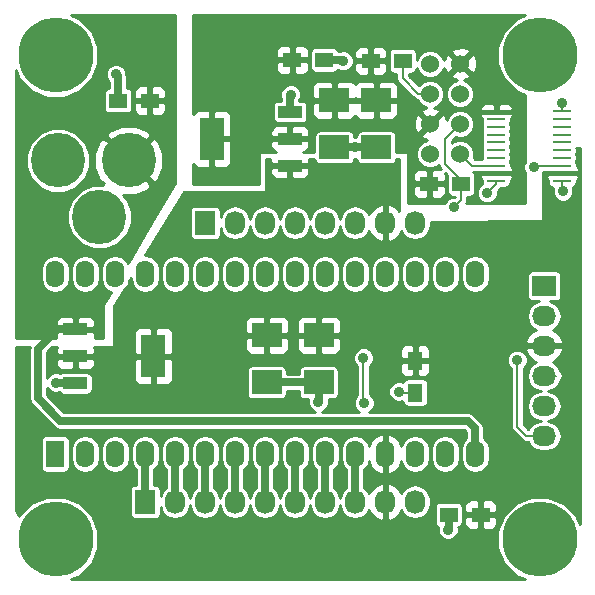
<source format=gbl>
G04 #@! TF.FileFunction,Copper,L2,Bot,Signal*
%FSLAX46Y46*%
G04 Gerber Fmt 4.6, Leading zero omitted, Abs format (unit mm)*
G04 Created by KiCad (PCBNEW (after 2015-mar-04 BZR unknown)-product) date 8/29/2015 5:31:21 PM*
%MOMM*%
G01*
G04 APERTURE LIST*
%ADD10C,0.150000*%
%ADD11C,4.600000*%
%ADD12C,6.350000*%
%ADD13R,1.500000X1.300000*%
%ADD14R,1.550000X0.250000*%
%ADD15R,2.032000X3.657600*%
%ADD16R,2.032000X1.016000*%
%ADD17R,1.574800X2.286000*%
%ADD18O,1.574800X2.286000*%
%ADD19R,1.300000X1.500000*%
%ADD20C,1.524000*%
%ADD21R,1.727200X2.032000*%
%ADD22O,1.727200X2.032000*%
%ADD23R,2.500000X2.000000*%
%ADD24R,2.032000X1.727200*%
%ADD25O,2.032000X1.727200*%
%ADD26C,0.889000*%
%ADD27C,0.635000*%
%ADD28C,0.203200*%
%ADD29C,0.254000*%
G04 APERTURE END LIST*
D10*
D11*
X14200000Y-22900000D03*
X20200000Y-22900000D03*
X17700000Y-27700000D03*
D12*
X14000000Y-55000000D03*
X55000000Y-55000000D03*
X55000000Y-14000000D03*
X14000000Y-14000000D03*
D13*
X49991000Y-52895500D03*
X47291000Y-52895500D03*
X34050000Y-14400000D03*
X36750000Y-14400000D03*
D14*
X56902000Y-18767000D03*
X56902000Y-19442000D03*
X56902000Y-20092000D03*
X56902000Y-20742000D03*
X56902000Y-21392000D03*
X56902000Y-22042000D03*
X56902000Y-22692000D03*
X56902000Y-23342000D03*
X56902000Y-23992000D03*
X56902000Y-24642000D03*
X51302000Y-24642000D03*
X51302000Y-23992000D03*
X51302000Y-23342000D03*
X51302000Y-22692000D03*
X51302000Y-22042000D03*
X51302000Y-21392000D03*
X51302000Y-20742000D03*
X51302000Y-20092000D03*
X51302000Y-19442000D03*
X51302000Y-18792000D03*
D15*
X27241500Y-21082000D03*
D16*
X33845500Y-21082000D03*
X33845500Y-23368000D03*
X33845500Y-18796000D03*
D17*
X13970000Y-47752000D03*
D18*
X16510000Y-47752000D03*
X19050000Y-47752000D03*
X21590000Y-47752000D03*
X24130000Y-47752000D03*
X26670000Y-47752000D03*
X29210000Y-47752000D03*
X31750000Y-47752000D03*
X34290000Y-47752000D03*
X36830000Y-47752000D03*
X39370000Y-47752000D03*
X41910000Y-47752000D03*
X44450000Y-47752000D03*
X46990000Y-47752000D03*
X49530000Y-47752000D03*
X49530000Y-32512000D03*
X46990000Y-32512000D03*
X44450000Y-32512000D03*
X41910000Y-32512000D03*
X39370000Y-32512000D03*
X36830000Y-32512000D03*
X34290000Y-32512000D03*
X31750000Y-32512000D03*
X29210000Y-32512000D03*
X26670000Y-32512000D03*
X24130000Y-32512000D03*
X21590000Y-32512000D03*
X19050000Y-32512000D03*
X16510000Y-32512000D03*
X13970000Y-32512000D03*
D13*
X21987500Y-17843500D03*
X19287500Y-17843500D03*
D19*
X44450000Y-39861500D03*
X44450000Y-42561500D03*
D15*
X22288500Y-39497000D03*
D16*
X15684500Y-39497000D03*
X15684500Y-37211000D03*
X15684500Y-41783000D03*
D20*
X48260000Y-22352000D03*
X45720000Y-22352000D03*
X48260000Y-19812000D03*
X45720000Y-19812000D03*
X48260000Y-17272000D03*
X45720000Y-17272000D03*
X48260000Y-14732000D03*
X45720000Y-14732000D03*
D21*
X21590000Y-51816000D03*
D22*
X24130000Y-51816000D03*
X26670000Y-51816000D03*
X29210000Y-51816000D03*
X31750000Y-51816000D03*
X34290000Y-51816000D03*
X36830000Y-51816000D03*
X39370000Y-51816000D03*
X41910000Y-51816000D03*
X44450000Y-51816000D03*
D21*
X26670000Y-28194000D03*
D22*
X29210000Y-28194000D03*
X31750000Y-28194000D03*
X34290000Y-28194000D03*
X36830000Y-28194000D03*
X39370000Y-28194000D03*
X41910000Y-28194000D03*
X44450000Y-28194000D03*
D23*
X36293000Y-37711000D03*
X36293000Y-41711000D03*
X37592000Y-17812000D03*
X37592000Y-21812000D03*
X31893000Y-37711000D03*
X31893000Y-41711000D03*
X41148000Y-17812000D03*
X41148000Y-21812000D03*
D13*
X43387000Y-14478000D03*
X40687000Y-14478000D03*
X48340000Y-24892000D03*
X45640000Y-24892000D03*
D24*
X55372000Y-33528000D03*
D25*
X55372000Y-36068000D03*
X55372000Y-38608000D03*
X55372000Y-41148000D03*
X55372000Y-43688000D03*
X55372000Y-46228000D03*
D26*
X33909000Y-17335500D03*
X39370000Y-21780500D03*
X19113500Y-15621000D03*
X43053000Y-42481500D03*
X56896000Y-18034000D03*
X38354000Y-14478000D03*
X14033500Y-41719500D03*
X36258500Y-43370500D03*
X47244000Y-54165500D03*
X54483000Y-23495000D03*
X40132000Y-43434000D03*
X40068500Y-39624000D03*
X56959500Y-25527000D03*
X50546000Y-25654000D03*
X47752000Y-26860500D03*
X53086000Y-39814500D03*
D27*
X33845500Y-18796000D02*
X33845500Y-17399000D01*
X33845500Y-17399000D02*
X33909000Y-17335500D01*
X37592000Y-21812000D02*
X39338500Y-21812000D01*
X39338500Y-21812000D02*
X39370000Y-21780500D01*
X19287500Y-17843500D02*
X19287500Y-15795000D01*
X19287500Y-15795000D02*
X19113500Y-15621000D01*
D28*
X44450000Y-42561500D02*
X43133000Y-42561500D01*
X43133000Y-42561500D02*
X43053000Y-42481500D01*
X56902000Y-18767000D02*
X56902000Y-18040000D01*
X56902000Y-18040000D02*
X56896000Y-18034000D01*
D27*
X37592000Y-21812000D02*
X41148000Y-21812000D01*
X38276000Y-14400000D02*
X38354000Y-14478000D01*
X36750000Y-14400000D02*
X38276000Y-14400000D01*
X14097000Y-41783000D02*
X14033500Y-41719500D01*
X15684500Y-41783000D02*
X14097000Y-41783000D01*
X31893000Y-41711000D02*
X36293000Y-41711000D01*
X36293000Y-43336000D02*
X36258500Y-43370500D01*
X36293000Y-41711000D02*
X36293000Y-43336000D01*
X47291000Y-54118500D02*
X47244000Y-54165500D01*
X47291000Y-52895500D02*
X47291000Y-54118500D01*
X43307000Y-44958000D02*
X48895000Y-44958000D01*
X49530000Y-45593000D02*
X49530000Y-47752000D01*
X48895000Y-44958000D02*
X49530000Y-45593000D01*
X49530000Y-47752000D02*
X49530000Y-47053500D01*
X14160500Y-37211000D02*
X12509500Y-38862000D01*
X12509500Y-38862000D02*
X12509500Y-43053000D01*
X12509500Y-43053000D02*
X14414500Y-44958000D01*
X14414500Y-44958000D02*
X43307000Y-44958000D01*
X15684500Y-37211000D02*
X14160500Y-37211000D01*
X21590000Y-47752000D02*
X21590000Y-51816000D01*
X24130000Y-47752000D02*
X24130000Y-51816000D01*
X26670000Y-47752000D02*
X26670000Y-51816000D01*
X29210000Y-47752000D02*
X29210000Y-51816000D01*
X31750000Y-47752000D02*
X31750000Y-51816000D01*
X34290000Y-47752000D02*
X34290000Y-51816000D01*
X36830000Y-47752000D02*
X36830000Y-51816000D01*
X39370000Y-47752000D02*
X39370000Y-51816000D01*
D28*
X56902000Y-23342000D02*
X54636000Y-23342000D01*
X54636000Y-23342000D02*
X54483000Y-23495000D01*
X40132000Y-43434000D02*
X40068500Y-43370500D01*
X40068500Y-43370500D02*
X40068500Y-39624000D01*
X55372000Y-41148000D02*
X56388000Y-41148000D01*
X56902000Y-25469500D02*
X56959500Y-25527000D01*
X56902000Y-24642000D02*
X56902000Y-25469500D01*
X51302000Y-23342000D02*
X49250000Y-23342000D01*
X49250000Y-23342000D02*
X48260000Y-22352000D01*
X51302000Y-24642000D02*
X51302000Y-24898000D01*
X51302000Y-24898000D02*
X50546000Y-25654000D01*
X43387000Y-14478000D02*
X43387000Y-15955000D01*
X44704000Y-17272000D02*
X45720000Y-17272000D01*
X43387000Y-15955000D02*
X44704000Y-17272000D01*
X55372000Y-46228000D02*
X53848000Y-46228000D01*
X53086000Y-45466000D02*
X53086000Y-39814500D01*
X53848000Y-46228000D02*
X53086000Y-45466000D01*
X48340000Y-24892000D02*
X48340000Y-24591000D01*
X48340000Y-24591000D02*
X46990000Y-23241000D01*
X46990000Y-23241000D02*
X46990000Y-21082000D01*
X46990000Y-21082000D02*
X48260000Y-19812000D01*
X48340000Y-26272500D02*
X47752000Y-26860500D01*
X48340000Y-24892000D02*
X48340000Y-26272500D01*
D29*
G36*
X53721000Y-26543000D02*
X52712000Y-26543000D01*
X52712000Y-24243309D01*
X52712000Y-24213250D01*
X52553250Y-24054500D01*
X51429000Y-24054500D01*
X51429000Y-24076741D01*
X51175000Y-24076741D01*
X51175000Y-24054500D01*
X50050750Y-24054500D01*
X49892000Y-24213250D01*
X49892000Y-24243309D01*
X49988673Y-24476698D01*
X50086741Y-24574766D01*
X50086741Y-24767000D01*
X50109840Y-24886059D01*
X50050264Y-24910676D01*
X49803542Y-25156968D01*
X49669852Y-25478928D01*
X49669548Y-25827542D01*
X49802676Y-26149736D01*
X50048968Y-26396458D01*
X50370928Y-26530148D01*
X50719542Y-26530452D01*
X51041736Y-26397324D01*
X51288458Y-26151032D01*
X51422148Y-25829072D01*
X51422407Y-25531934D01*
X51679167Y-25275173D01*
X51679170Y-25275171D01*
X51679171Y-25275171D01*
X51724547Y-25207259D01*
X52077000Y-25207259D01*
X52241644Y-25175315D01*
X52386351Y-25080258D01*
X52483216Y-24936755D01*
X52517259Y-24767000D01*
X52517259Y-24574766D01*
X52615327Y-24476698D01*
X52712000Y-24243309D01*
X52712000Y-26543000D01*
X48788445Y-26543000D01*
X48832797Y-26476623D01*
X48873400Y-26272500D01*
X48873401Y-26272500D01*
X48873400Y-26272494D01*
X48873400Y-25982259D01*
X49090000Y-25982259D01*
X49254644Y-25950315D01*
X49399351Y-25855258D01*
X49496216Y-25711755D01*
X49530259Y-25542000D01*
X49530259Y-24242000D01*
X49498315Y-24077356D01*
X49403258Y-23932649D01*
X49318445Y-23875400D01*
X49996650Y-23875400D01*
X50050750Y-23929500D01*
X51175000Y-23929500D01*
X51175000Y-23907259D01*
X51429000Y-23907259D01*
X51429000Y-23929500D01*
X52553250Y-23929500D01*
X52712000Y-23770750D01*
X52712000Y-23740691D01*
X52615327Y-23507302D01*
X52517259Y-23409233D01*
X52517259Y-23217000D01*
X52485315Y-23052356D01*
X52462440Y-23017533D01*
X52483216Y-22986755D01*
X52517259Y-22817000D01*
X52517259Y-22567000D01*
X52485315Y-22402356D01*
X52462440Y-22367533D01*
X52483216Y-22336755D01*
X52517259Y-22167000D01*
X52517259Y-21917000D01*
X52485315Y-21752356D01*
X52462440Y-21717533D01*
X52483216Y-21686755D01*
X52517259Y-21517000D01*
X52517259Y-21267000D01*
X52485315Y-21102356D01*
X52462440Y-21067533D01*
X52483216Y-21036755D01*
X52517259Y-20867000D01*
X52517259Y-20617000D01*
X52485315Y-20452356D01*
X52462440Y-20417533D01*
X52483216Y-20386755D01*
X52517259Y-20217000D01*
X52517259Y-19967000D01*
X52485315Y-19802356D01*
X52462440Y-19767533D01*
X52483216Y-19736755D01*
X52517259Y-19567000D01*
X52517259Y-19374766D01*
X52615327Y-19276698D01*
X52712000Y-19043309D01*
X52712000Y-19013250D01*
X52712000Y-18570750D01*
X52712000Y-18540691D01*
X52615327Y-18307302D01*
X52436699Y-18128673D01*
X52203310Y-18032000D01*
X51950691Y-18032000D01*
X51587750Y-18032000D01*
X51429000Y-18190750D01*
X51429000Y-18729500D01*
X52553250Y-18729500D01*
X52712000Y-18570750D01*
X52712000Y-19013250D01*
X52553250Y-18854500D01*
X51429000Y-18854500D01*
X51429000Y-18876741D01*
X51175000Y-18876741D01*
X51175000Y-18854500D01*
X51175000Y-18729500D01*
X51175000Y-18190750D01*
X51016250Y-18032000D01*
X50653309Y-18032000D01*
X50400690Y-18032000D01*
X50167301Y-18128673D01*
X49988673Y-18307302D01*
X49892000Y-18540691D01*
X49892000Y-18570750D01*
X50050750Y-18729500D01*
X51175000Y-18729500D01*
X51175000Y-18854500D01*
X50050750Y-18854500D01*
X49892000Y-19013250D01*
X49892000Y-19043309D01*
X49988673Y-19276698D01*
X50086741Y-19374766D01*
X50086741Y-19567000D01*
X50118685Y-19731644D01*
X50141559Y-19766466D01*
X50120784Y-19797245D01*
X50086741Y-19967000D01*
X50086741Y-20217000D01*
X50118685Y-20381644D01*
X50141559Y-20416466D01*
X50120784Y-20447245D01*
X50086741Y-20617000D01*
X50086741Y-20867000D01*
X50118685Y-21031644D01*
X50141559Y-21066466D01*
X50120784Y-21097245D01*
X50086741Y-21267000D01*
X50086741Y-21517000D01*
X50118685Y-21681644D01*
X50141559Y-21716466D01*
X50120784Y-21747245D01*
X50086741Y-21917000D01*
X50086741Y-22167000D01*
X50118685Y-22331644D01*
X50141559Y-22366466D01*
X50120784Y-22397245D01*
X50086741Y-22567000D01*
X50086741Y-22808600D01*
X49669144Y-22808600D01*
X49669144Y-14939698D01*
X49641362Y-14384632D01*
X49482397Y-14000857D01*
X49240213Y-13931392D01*
X49060608Y-14110997D01*
X49060608Y-13751787D01*
X48991143Y-13509603D01*
X48467698Y-13322856D01*
X47912632Y-13350638D01*
X47528857Y-13509603D01*
X47459392Y-13751787D01*
X48260000Y-14552395D01*
X49060608Y-13751787D01*
X49060608Y-14110997D01*
X48439605Y-14732000D01*
X49240213Y-15532608D01*
X49482397Y-15463143D01*
X49669144Y-14939698D01*
X49669144Y-22808600D01*
X49470941Y-22808600D01*
X49394691Y-22732350D01*
X49453592Y-22590503D01*
X49454007Y-22115580D01*
X49272645Y-21676650D01*
X48937116Y-21340536D01*
X48498503Y-21158408D01*
X48023580Y-21157993D01*
X47584650Y-21339355D01*
X47523400Y-21400498D01*
X47523400Y-21302942D01*
X47879650Y-20946691D01*
X48021497Y-21005592D01*
X48496420Y-21006007D01*
X48935350Y-20824645D01*
X49271464Y-20489116D01*
X49453592Y-20050503D01*
X49454007Y-19575580D01*
X49454007Y-17035580D01*
X49272645Y-16596650D01*
X48937116Y-16260536D01*
X48585337Y-16114464D01*
X48607368Y-16113362D01*
X48991143Y-15954397D01*
X49060608Y-15712213D01*
X48260000Y-14911605D01*
X48080395Y-15091210D01*
X48080395Y-14732000D01*
X47279787Y-13931392D01*
X47037603Y-14000857D01*
X46885616Y-14426869D01*
X46732645Y-14056650D01*
X46397116Y-13720536D01*
X45958503Y-13538408D01*
X45483580Y-13537993D01*
X45044650Y-13719355D01*
X44708536Y-14054884D01*
X44577259Y-14371034D01*
X44577259Y-13828000D01*
X44545315Y-13663356D01*
X44450258Y-13518649D01*
X44306755Y-13421784D01*
X44137000Y-13387741D01*
X42637000Y-13387741D01*
X42472356Y-13419685D01*
X42327649Y-13514742D01*
X42230784Y-13658245D01*
X42196741Y-13828000D01*
X42196741Y-15128000D01*
X42228685Y-15292644D01*
X42323742Y-15437351D01*
X42467245Y-15534216D01*
X42637000Y-15568259D01*
X42853600Y-15568259D01*
X42853600Y-15955000D01*
X42894203Y-16159123D01*
X43009829Y-16332171D01*
X44326829Y-17649171D01*
X44499876Y-17764797D01*
X44499877Y-17764797D01*
X44643750Y-17793415D01*
X44707355Y-17947350D01*
X45042884Y-18283464D01*
X45394662Y-18429535D01*
X45372632Y-18430638D01*
X44988857Y-18589603D01*
X44919392Y-18831787D01*
X45720000Y-19632395D01*
X46520608Y-18831787D01*
X46451143Y-18589603D01*
X46025130Y-18437616D01*
X46395350Y-18284645D01*
X46731464Y-17949116D01*
X46913592Y-17510503D01*
X46914007Y-17035580D01*
X46732645Y-16596650D01*
X46397116Y-16260536D01*
X45958503Y-16078408D01*
X45483580Y-16077993D01*
X45044650Y-16259355D01*
X44744912Y-16558570D01*
X43920400Y-15734058D01*
X43920400Y-15568259D01*
X44137000Y-15568259D01*
X44301644Y-15536315D01*
X44446351Y-15441258D01*
X44543216Y-15297755D01*
X44577259Y-15128000D01*
X44577259Y-15092493D01*
X44707355Y-15407350D01*
X45042884Y-15743464D01*
X45481497Y-15925592D01*
X45956420Y-15926007D01*
X46395350Y-15744645D01*
X46731464Y-15409116D01*
X46877535Y-15057337D01*
X46878638Y-15079368D01*
X47037603Y-15463143D01*
X47279787Y-15532608D01*
X48080395Y-14732000D01*
X48080395Y-15091210D01*
X47459392Y-15712213D01*
X47528857Y-15954397D01*
X47954869Y-16106383D01*
X47584650Y-16259355D01*
X47248536Y-16594884D01*
X47066408Y-17033497D01*
X47065993Y-17508420D01*
X47247355Y-17947350D01*
X47582884Y-18283464D01*
X48021497Y-18465592D01*
X48496420Y-18466007D01*
X48935350Y-18284645D01*
X49271464Y-17949116D01*
X49453592Y-17510503D01*
X49454007Y-17035580D01*
X49454007Y-19575580D01*
X49272645Y-19136650D01*
X48937116Y-18800536D01*
X48498503Y-18618408D01*
X48023580Y-18617993D01*
X47584650Y-18799355D01*
X47248536Y-19134884D01*
X47102464Y-19486662D01*
X47101362Y-19464632D01*
X46942397Y-19080857D01*
X46700213Y-19011392D01*
X45899605Y-19812000D01*
X45913747Y-19826142D01*
X45734142Y-20005747D01*
X45720000Y-19991605D01*
X45540395Y-20171210D01*
X45540395Y-19812000D01*
X44739787Y-19011392D01*
X44497603Y-19080857D01*
X44310856Y-19604302D01*
X44338638Y-20159368D01*
X44497603Y-20543143D01*
X44739787Y-20612608D01*
X45540395Y-19812000D01*
X45540395Y-20171210D01*
X44919392Y-20792213D01*
X44988857Y-21034397D01*
X45414869Y-21186383D01*
X45044650Y-21339355D01*
X44708536Y-21674884D01*
X44526408Y-22113497D01*
X44525993Y-22588420D01*
X44707355Y-23027350D01*
X45042884Y-23363464D01*
X45481497Y-23545592D01*
X45956420Y-23546007D01*
X46395350Y-23364645D01*
X46466972Y-23293146D01*
X46497203Y-23445123D01*
X46612829Y-23618171D01*
X46662008Y-23667350D01*
X46516309Y-23607000D01*
X45925750Y-23607000D01*
X45767000Y-23765750D01*
X45767000Y-24765000D01*
X46866250Y-24765000D01*
X47025000Y-24606250D01*
X47025000Y-24368309D01*
X47025000Y-24115690D01*
X46964649Y-23969991D01*
X47164259Y-24169601D01*
X47149741Y-24242000D01*
X47149741Y-25542000D01*
X47181685Y-25706644D01*
X47276742Y-25851351D01*
X47420245Y-25948216D01*
X47590000Y-25982259D01*
X47806600Y-25982259D01*
X47806600Y-25984246D01*
X47578458Y-25984048D01*
X47256264Y-26117176D01*
X47025000Y-26348036D01*
X47025000Y-25668310D01*
X47025000Y-25415691D01*
X47025000Y-25177750D01*
X46866250Y-25019000D01*
X45767000Y-25019000D01*
X45767000Y-26018250D01*
X45925750Y-26177000D01*
X46516309Y-26177000D01*
X46749698Y-26080327D01*
X46928327Y-25901699D01*
X47025000Y-25668310D01*
X47025000Y-26348036D01*
X47009542Y-26363468D01*
X46934993Y-26543000D01*
X45513000Y-26543000D01*
X45513000Y-26018250D01*
X45513000Y-25019000D01*
X45513000Y-24765000D01*
X45513000Y-23765750D01*
X45354250Y-23607000D01*
X44763691Y-23607000D01*
X44530302Y-23703673D01*
X44351673Y-23882301D01*
X44255000Y-24115690D01*
X44255000Y-24368309D01*
X44255000Y-24606250D01*
X44413750Y-24765000D01*
X45513000Y-24765000D01*
X45513000Y-25019000D01*
X44413750Y-25019000D01*
X44255000Y-25177750D01*
X44255000Y-25415691D01*
X44255000Y-25668310D01*
X44351673Y-25901699D01*
X44530302Y-26080327D01*
X44763691Y-26177000D01*
X45354250Y-26177000D01*
X45513000Y-26018250D01*
X45513000Y-26543000D01*
X43815000Y-26543000D01*
X43815000Y-22225000D01*
X43033000Y-22225000D01*
X43033000Y-18938309D01*
X43033000Y-18097750D01*
X43033000Y-17526250D01*
X43033000Y-16685691D01*
X42936327Y-16452302D01*
X42757699Y-16273673D01*
X42524310Y-16177000D01*
X42271691Y-16177000D01*
X42072000Y-16177000D01*
X42072000Y-15254310D01*
X42072000Y-15001691D01*
X42072000Y-14763750D01*
X42072000Y-14192250D01*
X42072000Y-13954309D01*
X42072000Y-13701690D01*
X41975327Y-13468301D01*
X41796698Y-13289673D01*
X41563309Y-13193000D01*
X40972750Y-13193000D01*
X40814000Y-13351750D01*
X40814000Y-14351000D01*
X41913250Y-14351000D01*
X42072000Y-14192250D01*
X42072000Y-14763750D01*
X41913250Y-14605000D01*
X40814000Y-14605000D01*
X40814000Y-15604250D01*
X40972750Y-15763000D01*
X41563309Y-15763000D01*
X41796698Y-15666327D01*
X41975327Y-15487699D01*
X42072000Y-15254310D01*
X42072000Y-16177000D01*
X41433750Y-16177000D01*
X41275000Y-16335750D01*
X41275000Y-17685000D01*
X42874250Y-17685000D01*
X43033000Y-17526250D01*
X43033000Y-18097750D01*
X42874250Y-17939000D01*
X41275000Y-17939000D01*
X41275000Y-19288250D01*
X41433750Y-19447000D01*
X42271691Y-19447000D01*
X42524310Y-19447000D01*
X42757699Y-19350327D01*
X42936327Y-19171698D01*
X43033000Y-18938309D01*
X43033000Y-22225000D01*
X42838259Y-22225000D01*
X42838259Y-20812000D01*
X42806315Y-20647356D01*
X42711258Y-20502649D01*
X42567755Y-20405784D01*
X42398000Y-20371741D01*
X41021000Y-20371741D01*
X41021000Y-19288250D01*
X41021000Y-17939000D01*
X41021000Y-17685000D01*
X41021000Y-16335750D01*
X40862250Y-16177000D01*
X40560000Y-16177000D01*
X40560000Y-15604250D01*
X40560000Y-14605000D01*
X40560000Y-14351000D01*
X40560000Y-13351750D01*
X40401250Y-13193000D01*
X39810691Y-13193000D01*
X39577302Y-13289673D01*
X39398673Y-13468301D01*
X39302000Y-13701690D01*
X39302000Y-13954309D01*
X39302000Y-14192250D01*
X39460750Y-14351000D01*
X40560000Y-14351000D01*
X40560000Y-14605000D01*
X39460750Y-14605000D01*
X39302000Y-14763750D01*
X39302000Y-15001691D01*
X39302000Y-15254310D01*
X39398673Y-15487699D01*
X39577302Y-15666327D01*
X39810691Y-15763000D01*
X40401250Y-15763000D01*
X40560000Y-15604250D01*
X40560000Y-16177000D01*
X40024309Y-16177000D01*
X39771690Y-16177000D01*
X39538301Y-16273673D01*
X39370000Y-16441974D01*
X39230452Y-16302426D01*
X39230452Y-14304458D01*
X39097324Y-13982264D01*
X38851032Y-13735542D01*
X38529072Y-13601852D01*
X38180458Y-13601548D01*
X38061501Y-13650700D01*
X37920992Y-13650700D01*
X37908315Y-13585356D01*
X37813258Y-13440649D01*
X37669755Y-13343784D01*
X37500000Y-13309741D01*
X36000000Y-13309741D01*
X35835356Y-13341685D01*
X35690649Y-13436742D01*
X35593784Y-13580245D01*
X35559741Y-13750000D01*
X35559741Y-15050000D01*
X35591685Y-15214644D01*
X35686742Y-15359351D01*
X35830245Y-15456216D01*
X36000000Y-15490259D01*
X37500000Y-15490259D01*
X37664644Y-15458315D01*
X37809351Y-15363258D01*
X37895063Y-15236276D01*
X38178928Y-15354148D01*
X38527542Y-15354452D01*
X38849736Y-15221324D01*
X39096458Y-14975032D01*
X39230148Y-14653072D01*
X39230452Y-14304458D01*
X39230452Y-16302426D01*
X39201699Y-16273673D01*
X38968310Y-16177000D01*
X38715691Y-16177000D01*
X37877750Y-16177000D01*
X37719000Y-16335750D01*
X37719000Y-17685000D01*
X39318250Y-17685000D01*
X39370000Y-17633250D01*
X39421750Y-17685000D01*
X41021000Y-17685000D01*
X41021000Y-17939000D01*
X39421750Y-17939000D01*
X39370000Y-17990750D01*
X39318250Y-17939000D01*
X37719000Y-17939000D01*
X37719000Y-19288250D01*
X37877750Y-19447000D01*
X38715691Y-19447000D01*
X38968310Y-19447000D01*
X39201699Y-19350327D01*
X39370000Y-19182025D01*
X39538301Y-19350327D01*
X39771690Y-19447000D01*
X40024309Y-19447000D01*
X40862250Y-19447000D01*
X41021000Y-19288250D01*
X41021000Y-20371741D01*
X39898000Y-20371741D01*
X39733356Y-20403685D01*
X39588649Y-20498742D01*
X39491784Y-20642245D01*
X39457741Y-20812000D01*
X39457741Y-20904275D01*
X39282259Y-20904122D01*
X39282259Y-20812000D01*
X39250315Y-20647356D01*
X39155258Y-20502649D01*
X39011755Y-20405784D01*
X38842000Y-20371741D01*
X37465000Y-20371741D01*
X37465000Y-19288250D01*
X37465000Y-17939000D01*
X37465000Y-17685000D01*
X37465000Y-16335750D01*
X37306250Y-16177000D01*
X36468309Y-16177000D01*
X36215690Y-16177000D01*
X35982301Y-16273673D01*
X35803673Y-16452302D01*
X35707000Y-16685691D01*
X35707000Y-17526250D01*
X35865750Y-17685000D01*
X37465000Y-17685000D01*
X37465000Y-17939000D01*
X35865750Y-17939000D01*
X35707000Y-18097750D01*
X35707000Y-18938309D01*
X35803673Y-19171698D01*
X35982301Y-19350327D01*
X36215690Y-19447000D01*
X36468309Y-19447000D01*
X37306250Y-19447000D01*
X37465000Y-19288250D01*
X37465000Y-20371741D01*
X36342000Y-20371741D01*
X36177356Y-20403685D01*
X36032649Y-20498742D01*
X35935784Y-20642245D01*
X35901741Y-20812000D01*
X35901741Y-22225000D01*
X34987810Y-22225000D01*
X35221199Y-22128327D01*
X35399827Y-21949698D01*
X35496500Y-21716309D01*
X35496500Y-21367750D01*
X35496500Y-20796250D01*
X35496500Y-20447691D01*
X35435000Y-20299217D01*
X35435000Y-15176310D01*
X35435000Y-14923691D01*
X35435000Y-14685750D01*
X35435000Y-14114250D01*
X35435000Y-13876309D01*
X35435000Y-13623690D01*
X35338327Y-13390301D01*
X35159698Y-13211673D01*
X34926309Y-13115000D01*
X34335750Y-13115000D01*
X34177000Y-13273750D01*
X34177000Y-14273000D01*
X35276250Y-14273000D01*
X35435000Y-14114250D01*
X35435000Y-14685750D01*
X35276250Y-14527000D01*
X34177000Y-14527000D01*
X34177000Y-15526250D01*
X34335750Y-15685000D01*
X34926309Y-15685000D01*
X35159698Y-15588327D01*
X35338327Y-15409699D01*
X35435000Y-15176310D01*
X35435000Y-20299217D01*
X35399827Y-20214302D01*
X35301759Y-20116233D01*
X35301759Y-19304000D01*
X35301759Y-18288000D01*
X35269815Y-18123356D01*
X35174758Y-17978649D01*
X35031255Y-17881784D01*
X34861500Y-17847741D01*
X34636222Y-17847741D01*
X34651458Y-17832532D01*
X34785148Y-17510572D01*
X34785452Y-17161958D01*
X34652324Y-16839764D01*
X34406032Y-16593042D01*
X34084072Y-16459352D01*
X33923000Y-16459211D01*
X33923000Y-15526250D01*
X33923000Y-14527000D01*
X33923000Y-14273000D01*
X33923000Y-13273750D01*
X33764250Y-13115000D01*
X33173691Y-13115000D01*
X32940302Y-13211673D01*
X32761673Y-13390301D01*
X32665000Y-13623690D01*
X32665000Y-13876309D01*
X32665000Y-14114250D01*
X32823750Y-14273000D01*
X33923000Y-14273000D01*
X33923000Y-14527000D01*
X32823750Y-14527000D01*
X32665000Y-14685750D01*
X32665000Y-14923691D01*
X32665000Y-15176310D01*
X32761673Y-15409699D01*
X32940302Y-15588327D01*
X33173691Y-15685000D01*
X33764250Y-15685000D01*
X33923000Y-15526250D01*
X33923000Y-16459211D01*
X33735458Y-16459048D01*
X33413264Y-16592176D01*
X33166542Y-16838468D01*
X33032852Y-17160428D01*
X33032548Y-17509042D01*
X33096200Y-17663091D01*
X33096200Y-17847741D01*
X32829500Y-17847741D01*
X32664856Y-17879685D01*
X32520149Y-17974742D01*
X32423284Y-18118245D01*
X32389241Y-18288000D01*
X32389241Y-19304000D01*
X32421185Y-19468644D01*
X32516242Y-19613351D01*
X32659745Y-19710216D01*
X32829500Y-19744259D01*
X34861500Y-19744259D01*
X35026144Y-19712315D01*
X35170851Y-19617258D01*
X35267716Y-19473755D01*
X35301759Y-19304000D01*
X35301759Y-20116233D01*
X35221199Y-20035673D01*
X34987810Y-19939000D01*
X34735191Y-19939000D01*
X34131250Y-19939000D01*
X33972500Y-20097750D01*
X33972500Y-20955000D01*
X35337750Y-20955000D01*
X35496500Y-20796250D01*
X35496500Y-21367750D01*
X35337750Y-21209000D01*
X33972500Y-21209000D01*
X33972500Y-21229000D01*
X33718500Y-21229000D01*
X33718500Y-21209000D01*
X33718500Y-20955000D01*
X33718500Y-20097750D01*
X33559750Y-19939000D01*
X32955809Y-19939000D01*
X32703190Y-19939000D01*
X32469801Y-20035673D01*
X32291173Y-20214302D01*
X32194500Y-20447691D01*
X32194500Y-20796250D01*
X32353250Y-20955000D01*
X33718500Y-20955000D01*
X33718500Y-21209000D01*
X32353250Y-21209000D01*
X32194500Y-21367750D01*
X32194500Y-21716309D01*
X32291173Y-21949698D01*
X32469801Y-22128327D01*
X32703190Y-22225000D01*
X31242000Y-22225000D01*
X31242000Y-24892000D01*
X28892500Y-24892000D01*
X28892500Y-23037109D01*
X28892500Y-21367750D01*
X28892500Y-20796250D01*
X28892500Y-19126891D01*
X28795827Y-18893502D01*
X28617199Y-18714873D01*
X28383810Y-18618200D01*
X28131191Y-18618200D01*
X27527250Y-18618200D01*
X27368500Y-18776950D01*
X27368500Y-20955000D01*
X28733750Y-20955000D01*
X28892500Y-20796250D01*
X28892500Y-21367750D01*
X28733750Y-21209000D01*
X27368500Y-21209000D01*
X27368500Y-23387050D01*
X27527250Y-23545800D01*
X28131191Y-23545800D01*
X28383810Y-23545800D01*
X28617199Y-23449127D01*
X28795827Y-23270498D01*
X28892500Y-23037109D01*
X28892500Y-24892000D01*
X25654000Y-24892000D01*
X25654000Y-23190411D01*
X25687173Y-23270498D01*
X25865801Y-23449127D01*
X26099190Y-23545800D01*
X26351809Y-23545800D01*
X26955750Y-23545800D01*
X27114500Y-23387050D01*
X27114500Y-21209000D01*
X27094500Y-21209000D01*
X27094500Y-20955000D01*
X27114500Y-20955000D01*
X27114500Y-18776950D01*
X26955750Y-18618200D01*
X26351809Y-18618200D01*
X26099190Y-18618200D01*
X25865801Y-18714873D01*
X25687173Y-18893502D01*
X25654000Y-18973588D01*
X25654000Y-10622300D01*
X53721000Y-10622300D01*
X53721000Y-10625909D01*
X52959581Y-10940521D01*
X51944087Y-11954245D01*
X51393828Y-13279416D01*
X51392576Y-14714289D01*
X51940521Y-16040419D01*
X52954245Y-17055913D01*
X53721000Y-17374297D01*
X53721000Y-23045030D01*
X53606852Y-23319928D01*
X53606548Y-23668542D01*
X53721000Y-23945536D01*
X53721000Y-26543000D01*
X53721000Y-26543000D01*
G37*
X53721000Y-26543000D02*
X52712000Y-26543000D01*
X52712000Y-24243309D01*
X52712000Y-24213250D01*
X52553250Y-24054500D01*
X51429000Y-24054500D01*
X51429000Y-24076741D01*
X51175000Y-24076741D01*
X51175000Y-24054500D01*
X50050750Y-24054500D01*
X49892000Y-24213250D01*
X49892000Y-24243309D01*
X49988673Y-24476698D01*
X50086741Y-24574766D01*
X50086741Y-24767000D01*
X50109840Y-24886059D01*
X50050264Y-24910676D01*
X49803542Y-25156968D01*
X49669852Y-25478928D01*
X49669548Y-25827542D01*
X49802676Y-26149736D01*
X50048968Y-26396458D01*
X50370928Y-26530148D01*
X50719542Y-26530452D01*
X51041736Y-26397324D01*
X51288458Y-26151032D01*
X51422148Y-25829072D01*
X51422407Y-25531934D01*
X51679167Y-25275173D01*
X51679170Y-25275171D01*
X51679171Y-25275171D01*
X51724547Y-25207259D01*
X52077000Y-25207259D01*
X52241644Y-25175315D01*
X52386351Y-25080258D01*
X52483216Y-24936755D01*
X52517259Y-24767000D01*
X52517259Y-24574766D01*
X52615327Y-24476698D01*
X52712000Y-24243309D01*
X52712000Y-26543000D01*
X48788445Y-26543000D01*
X48832797Y-26476623D01*
X48873400Y-26272500D01*
X48873401Y-26272500D01*
X48873400Y-26272494D01*
X48873400Y-25982259D01*
X49090000Y-25982259D01*
X49254644Y-25950315D01*
X49399351Y-25855258D01*
X49496216Y-25711755D01*
X49530259Y-25542000D01*
X49530259Y-24242000D01*
X49498315Y-24077356D01*
X49403258Y-23932649D01*
X49318445Y-23875400D01*
X49996650Y-23875400D01*
X50050750Y-23929500D01*
X51175000Y-23929500D01*
X51175000Y-23907259D01*
X51429000Y-23907259D01*
X51429000Y-23929500D01*
X52553250Y-23929500D01*
X52712000Y-23770750D01*
X52712000Y-23740691D01*
X52615327Y-23507302D01*
X52517259Y-23409233D01*
X52517259Y-23217000D01*
X52485315Y-23052356D01*
X52462440Y-23017533D01*
X52483216Y-22986755D01*
X52517259Y-22817000D01*
X52517259Y-22567000D01*
X52485315Y-22402356D01*
X52462440Y-22367533D01*
X52483216Y-22336755D01*
X52517259Y-22167000D01*
X52517259Y-21917000D01*
X52485315Y-21752356D01*
X52462440Y-21717533D01*
X52483216Y-21686755D01*
X52517259Y-21517000D01*
X52517259Y-21267000D01*
X52485315Y-21102356D01*
X52462440Y-21067533D01*
X52483216Y-21036755D01*
X52517259Y-20867000D01*
X52517259Y-20617000D01*
X52485315Y-20452356D01*
X52462440Y-20417533D01*
X52483216Y-20386755D01*
X52517259Y-20217000D01*
X52517259Y-19967000D01*
X52485315Y-19802356D01*
X52462440Y-19767533D01*
X52483216Y-19736755D01*
X52517259Y-19567000D01*
X52517259Y-19374766D01*
X52615327Y-19276698D01*
X52712000Y-19043309D01*
X52712000Y-19013250D01*
X52712000Y-18570750D01*
X52712000Y-18540691D01*
X52615327Y-18307302D01*
X52436699Y-18128673D01*
X52203310Y-18032000D01*
X51950691Y-18032000D01*
X51587750Y-18032000D01*
X51429000Y-18190750D01*
X51429000Y-18729500D01*
X52553250Y-18729500D01*
X52712000Y-18570750D01*
X52712000Y-19013250D01*
X52553250Y-18854500D01*
X51429000Y-18854500D01*
X51429000Y-18876741D01*
X51175000Y-18876741D01*
X51175000Y-18854500D01*
X51175000Y-18729500D01*
X51175000Y-18190750D01*
X51016250Y-18032000D01*
X50653309Y-18032000D01*
X50400690Y-18032000D01*
X50167301Y-18128673D01*
X49988673Y-18307302D01*
X49892000Y-18540691D01*
X49892000Y-18570750D01*
X50050750Y-18729500D01*
X51175000Y-18729500D01*
X51175000Y-18854500D01*
X50050750Y-18854500D01*
X49892000Y-19013250D01*
X49892000Y-19043309D01*
X49988673Y-19276698D01*
X50086741Y-19374766D01*
X50086741Y-19567000D01*
X50118685Y-19731644D01*
X50141559Y-19766466D01*
X50120784Y-19797245D01*
X50086741Y-19967000D01*
X50086741Y-20217000D01*
X50118685Y-20381644D01*
X50141559Y-20416466D01*
X50120784Y-20447245D01*
X50086741Y-20617000D01*
X50086741Y-20867000D01*
X50118685Y-21031644D01*
X50141559Y-21066466D01*
X50120784Y-21097245D01*
X50086741Y-21267000D01*
X50086741Y-21517000D01*
X50118685Y-21681644D01*
X50141559Y-21716466D01*
X50120784Y-21747245D01*
X50086741Y-21917000D01*
X50086741Y-22167000D01*
X50118685Y-22331644D01*
X50141559Y-22366466D01*
X50120784Y-22397245D01*
X50086741Y-22567000D01*
X50086741Y-22808600D01*
X49669144Y-22808600D01*
X49669144Y-14939698D01*
X49641362Y-14384632D01*
X49482397Y-14000857D01*
X49240213Y-13931392D01*
X49060608Y-14110997D01*
X49060608Y-13751787D01*
X48991143Y-13509603D01*
X48467698Y-13322856D01*
X47912632Y-13350638D01*
X47528857Y-13509603D01*
X47459392Y-13751787D01*
X48260000Y-14552395D01*
X49060608Y-13751787D01*
X49060608Y-14110997D01*
X48439605Y-14732000D01*
X49240213Y-15532608D01*
X49482397Y-15463143D01*
X49669144Y-14939698D01*
X49669144Y-22808600D01*
X49470941Y-22808600D01*
X49394691Y-22732350D01*
X49453592Y-22590503D01*
X49454007Y-22115580D01*
X49272645Y-21676650D01*
X48937116Y-21340536D01*
X48498503Y-21158408D01*
X48023580Y-21157993D01*
X47584650Y-21339355D01*
X47523400Y-21400498D01*
X47523400Y-21302942D01*
X47879650Y-20946691D01*
X48021497Y-21005592D01*
X48496420Y-21006007D01*
X48935350Y-20824645D01*
X49271464Y-20489116D01*
X49453592Y-20050503D01*
X49454007Y-19575580D01*
X49454007Y-17035580D01*
X49272645Y-16596650D01*
X48937116Y-16260536D01*
X48585337Y-16114464D01*
X48607368Y-16113362D01*
X48991143Y-15954397D01*
X49060608Y-15712213D01*
X48260000Y-14911605D01*
X48080395Y-15091210D01*
X48080395Y-14732000D01*
X47279787Y-13931392D01*
X47037603Y-14000857D01*
X46885616Y-14426869D01*
X46732645Y-14056650D01*
X46397116Y-13720536D01*
X45958503Y-13538408D01*
X45483580Y-13537993D01*
X45044650Y-13719355D01*
X44708536Y-14054884D01*
X44577259Y-14371034D01*
X44577259Y-13828000D01*
X44545315Y-13663356D01*
X44450258Y-13518649D01*
X44306755Y-13421784D01*
X44137000Y-13387741D01*
X42637000Y-13387741D01*
X42472356Y-13419685D01*
X42327649Y-13514742D01*
X42230784Y-13658245D01*
X42196741Y-13828000D01*
X42196741Y-15128000D01*
X42228685Y-15292644D01*
X42323742Y-15437351D01*
X42467245Y-15534216D01*
X42637000Y-15568259D01*
X42853600Y-15568259D01*
X42853600Y-15955000D01*
X42894203Y-16159123D01*
X43009829Y-16332171D01*
X44326829Y-17649171D01*
X44499876Y-17764797D01*
X44499877Y-17764797D01*
X44643750Y-17793415D01*
X44707355Y-17947350D01*
X45042884Y-18283464D01*
X45394662Y-18429535D01*
X45372632Y-18430638D01*
X44988857Y-18589603D01*
X44919392Y-18831787D01*
X45720000Y-19632395D01*
X46520608Y-18831787D01*
X46451143Y-18589603D01*
X46025130Y-18437616D01*
X46395350Y-18284645D01*
X46731464Y-17949116D01*
X46913592Y-17510503D01*
X46914007Y-17035580D01*
X46732645Y-16596650D01*
X46397116Y-16260536D01*
X45958503Y-16078408D01*
X45483580Y-16077993D01*
X45044650Y-16259355D01*
X44744912Y-16558570D01*
X43920400Y-15734058D01*
X43920400Y-15568259D01*
X44137000Y-15568259D01*
X44301644Y-15536315D01*
X44446351Y-15441258D01*
X44543216Y-15297755D01*
X44577259Y-15128000D01*
X44577259Y-15092493D01*
X44707355Y-15407350D01*
X45042884Y-15743464D01*
X45481497Y-15925592D01*
X45956420Y-15926007D01*
X46395350Y-15744645D01*
X46731464Y-15409116D01*
X46877535Y-15057337D01*
X46878638Y-15079368D01*
X47037603Y-15463143D01*
X47279787Y-15532608D01*
X48080395Y-14732000D01*
X48080395Y-15091210D01*
X47459392Y-15712213D01*
X47528857Y-15954397D01*
X47954869Y-16106383D01*
X47584650Y-16259355D01*
X47248536Y-16594884D01*
X47066408Y-17033497D01*
X47065993Y-17508420D01*
X47247355Y-17947350D01*
X47582884Y-18283464D01*
X48021497Y-18465592D01*
X48496420Y-18466007D01*
X48935350Y-18284645D01*
X49271464Y-17949116D01*
X49453592Y-17510503D01*
X49454007Y-17035580D01*
X49454007Y-19575580D01*
X49272645Y-19136650D01*
X48937116Y-18800536D01*
X48498503Y-18618408D01*
X48023580Y-18617993D01*
X47584650Y-18799355D01*
X47248536Y-19134884D01*
X47102464Y-19486662D01*
X47101362Y-19464632D01*
X46942397Y-19080857D01*
X46700213Y-19011392D01*
X45899605Y-19812000D01*
X45913747Y-19826142D01*
X45734142Y-20005747D01*
X45720000Y-19991605D01*
X45540395Y-20171210D01*
X45540395Y-19812000D01*
X44739787Y-19011392D01*
X44497603Y-19080857D01*
X44310856Y-19604302D01*
X44338638Y-20159368D01*
X44497603Y-20543143D01*
X44739787Y-20612608D01*
X45540395Y-19812000D01*
X45540395Y-20171210D01*
X44919392Y-20792213D01*
X44988857Y-21034397D01*
X45414869Y-21186383D01*
X45044650Y-21339355D01*
X44708536Y-21674884D01*
X44526408Y-22113497D01*
X44525993Y-22588420D01*
X44707355Y-23027350D01*
X45042884Y-23363464D01*
X45481497Y-23545592D01*
X45956420Y-23546007D01*
X46395350Y-23364645D01*
X46466972Y-23293146D01*
X46497203Y-23445123D01*
X46612829Y-23618171D01*
X46662008Y-23667350D01*
X46516309Y-23607000D01*
X45925750Y-23607000D01*
X45767000Y-23765750D01*
X45767000Y-24765000D01*
X46866250Y-24765000D01*
X47025000Y-24606250D01*
X47025000Y-24368309D01*
X47025000Y-24115690D01*
X46964649Y-23969991D01*
X47164259Y-24169601D01*
X47149741Y-24242000D01*
X47149741Y-25542000D01*
X47181685Y-25706644D01*
X47276742Y-25851351D01*
X47420245Y-25948216D01*
X47590000Y-25982259D01*
X47806600Y-25982259D01*
X47806600Y-25984246D01*
X47578458Y-25984048D01*
X47256264Y-26117176D01*
X47025000Y-26348036D01*
X47025000Y-25668310D01*
X47025000Y-25415691D01*
X47025000Y-25177750D01*
X46866250Y-25019000D01*
X45767000Y-25019000D01*
X45767000Y-26018250D01*
X45925750Y-26177000D01*
X46516309Y-26177000D01*
X46749698Y-26080327D01*
X46928327Y-25901699D01*
X47025000Y-25668310D01*
X47025000Y-26348036D01*
X47009542Y-26363468D01*
X46934993Y-26543000D01*
X45513000Y-26543000D01*
X45513000Y-26018250D01*
X45513000Y-25019000D01*
X45513000Y-24765000D01*
X45513000Y-23765750D01*
X45354250Y-23607000D01*
X44763691Y-23607000D01*
X44530302Y-23703673D01*
X44351673Y-23882301D01*
X44255000Y-24115690D01*
X44255000Y-24368309D01*
X44255000Y-24606250D01*
X44413750Y-24765000D01*
X45513000Y-24765000D01*
X45513000Y-25019000D01*
X44413750Y-25019000D01*
X44255000Y-25177750D01*
X44255000Y-25415691D01*
X44255000Y-25668310D01*
X44351673Y-25901699D01*
X44530302Y-26080327D01*
X44763691Y-26177000D01*
X45354250Y-26177000D01*
X45513000Y-26018250D01*
X45513000Y-26543000D01*
X43815000Y-26543000D01*
X43815000Y-22225000D01*
X43033000Y-22225000D01*
X43033000Y-18938309D01*
X43033000Y-18097750D01*
X43033000Y-17526250D01*
X43033000Y-16685691D01*
X42936327Y-16452302D01*
X42757699Y-16273673D01*
X42524310Y-16177000D01*
X42271691Y-16177000D01*
X42072000Y-16177000D01*
X42072000Y-15254310D01*
X42072000Y-15001691D01*
X42072000Y-14763750D01*
X42072000Y-14192250D01*
X42072000Y-13954309D01*
X42072000Y-13701690D01*
X41975327Y-13468301D01*
X41796698Y-13289673D01*
X41563309Y-13193000D01*
X40972750Y-13193000D01*
X40814000Y-13351750D01*
X40814000Y-14351000D01*
X41913250Y-14351000D01*
X42072000Y-14192250D01*
X42072000Y-14763750D01*
X41913250Y-14605000D01*
X40814000Y-14605000D01*
X40814000Y-15604250D01*
X40972750Y-15763000D01*
X41563309Y-15763000D01*
X41796698Y-15666327D01*
X41975327Y-15487699D01*
X42072000Y-15254310D01*
X42072000Y-16177000D01*
X41433750Y-16177000D01*
X41275000Y-16335750D01*
X41275000Y-17685000D01*
X42874250Y-17685000D01*
X43033000Y-17526250D01*
X43033000Y-18097750D01*
X42874250Y-17939000D01*
X41275000Y-17939000D01*
X41275000Y-19288250D01*
X41433750Y-19447000D01*
X42271691Y-19447000D01*
X42524310Y-19447000D01*
X42757699Y-19350327D01*
X42936327Y-19171698D01*
X43033000Y-18938309D01*
X43033000Y-22225000D01*
X42838259Y-22225000D01*
X42838259Y-20812000D01*
X42806315Y-20647356D01*
X42711258Y-20502649D01*
X42567755Y-20405784D01*
X42398000Y-20371741D01*
X41021000Y-20371741D01*
X41021000Y-19288250D01*
X41021000Y-17939000D01*
X41021000Y-17685000D01*
X41021000Y-16335750D01*
X40862250Y-16177000D01*
X40560000Y-16177000D01*
X40560000Y-15604250D01*
X40560000Y-14605000D01*
X40560000Y-14351000D01*
X40560000Y-13351750D01*
X40401250Y-13193000D01*
X39810691Y-13193000D01*
X39577302Y-13289673D01*
X39398673Y-13468301D01*
X39302000Y-13701690D01*
X39302000Y-13954309D01*
X39302000Y-14192250D01*
X39460750Y-14351000D01*
X40560000Y-14351000D01*
X40560000Y-14605000D01*
X39460750Y-14605000D01*
X39302000Y-14763750D01*
X39302000Y-15001691D01*
X39302000Y-15254310D01*
X39398673Y-15487699D01*
X39577302Y-15666327D01*
X39810691Y-15763000D01*
X40401250Y-15763000D01*
X40560000Y-15604250D01*
X40560000Y-16177000D01*
X40024309Y-16177000D01*
X39771690Y-16177000D01*
X39538301Y-16273673D01*
X39370000Y-16441974D01*
X39230452Y-16302426D01*
X39230452Y-14304458D01*
X39097324Y-13982264D01*
X38851032Y-13735542D01*
X38529072Y-13601852D01*
X38180458Y-13601548D01*
X38061501Y-13650700D01*
X37920992Y-13650700D01*
X37908315Y-13585356D01*
X37813258Y-13440649D01*
X37669755Y-13343784D01*
X37500000Y-13309741D01*
X36000000Y-13309741D01*
X35835356Y-13341685D01*
X35690649Y-13436742D01*
X35593784Y-13580245D01*
X35559741Y-13750000D01*
X35559741Y-15050000D01*
X35591685Y-15214644D01*
X35686742Y-15359351D01*
X35830245Y-15456216D01*
X36000000Y-15490259D01*
X37500000Y-15490259D01*
X37664644Y-15458315D01*
X37809351Y-15363258D01*
X37895063Y-15236276D01*
X38178928Y-15354148D01*
X38527542Y-15354452D01*
X38849736Y-15221324D01*
X39096458Y-14975032D01*
X39230148Y-14653072D01*
X39230452Y-14304458D01*
X39230452Y-16302426D01*
X39201699Y-16273673D01*
X38968310Y-16177000D01*
X38715691Y-16177000D01*
X37877750Y-16177000D01*
X37719000Y-16335750D01*
X37719000Y-17685000D01*
X39318250Y-17685000D01*
X39370000Y-17633250D01*
X39421750Y-17685000D01*
X41021000Y-17685000D01*
X41021000Y-17939000D01*
X39421750Y-17939000D01*
X39370000Y-17990750D01*
X39318250Y-17939000D01*
X37719000Y-17939000D01*
X37719000Y-19288250D01*
X37877750Y-19447000D01*
X38715691Y-19447000D01*
X38968310Y-19447000D01*
X39201699Y-19350327D01*
X39370000Y-19182025D01*
X39538301Y-19350327D01*
X39771690Y-19447000D01*
X40024309Y-19447000D01*
X40862250Y-19447000D01*
X41021000Y-19288250D01*
X41021000Y-20371741D01*
X39898000Y-20371741D01*
X39733356Y-20403685D01*
X39588649Y-20498742D01*
X39491784Y-20642245D01*
X39457741Y-20812000D01*
X39457741Y-20904275D01*
X39282259Y-20904122D01*
X39282259Y-20812000D01*
X39250315Y-20647356D01*
X39155258Y-20502649D01*
X39011755Y-20405784D01*
X38842000Y-20371741D01*
X37465000Y-20371741D01*
X37465000Y-19288250D01*
X37465000Y-17939000D01*
X37465000Y-17685000D01*
X37465000Y-16335750D01*
X37306250Y-16177000D01*
X36468309Y-16177000D01*
X36215690Y-16177000D01*
X35982301Y-16273673D01*
X35803673Y-16452302D01*
X35707000Y-16685691D01*
X35707000Y-17526250D01*
X35865750Y-17685000D01*
X37465000Y-17685000D01*
X37465000Y-17939000D01*
X35865750Y-17939000D01*
X35707000Y-18097750D01*
X35707000Y-18938309D01*
X35803673Y-19171698D01*
X35982301Y-19350327D01*
X36215690Y-19447000D01*
X36468309Y-19447000D01*
X37306250Y-19447000D01*
X37465000Y-19288250D01*
X37465000Y-20371741D01*
X36342000Y-20371741D01*
X36177356Y-20403685D01*
X36032649Y-20498742D01*
X35935784Y-20642245D01*
X35901741Y-20812000D01*
X35901741Y-22225000D01*
X34987810Y-22225000D01*
X35221199Y-22128327D01*
X35399827Y-21949698D01*
X35496500Y-21716309D01*
X35496500Y-21367750D01*
X35496500Y-20796250D01*
X35496500Y-20447691D01*
X35435000Y-20299217D01*
X35435000Y-15176310D01*
X35435000Y-14923691D01*
X35435000Y-14685750D01*
X35435000Y-14114250D01*
X35435000Y-13876309D01*
X35435000Y-13623690D01*
X35338327Y-13390301D01*
X35159698Y-13211673D01*
X34926309Y-13115000D01*
X34335750Y-13115000D01*
X34177000Y-13273750D01*
X34177000Y-14273000D01*
X35276250Y-14273000D01*
X35435000Y-14114250D01*
X35435000Y-14685750D01*
X35276250Y-14527000D01*
X34177000Y-14527000D01*
X34177000Y-15526250D01*
X34335750Y-15685000D01*
X34926309Y-15685000D01*
X35159698Y-15588327D01*
X35338327Y-15409699D01*
X35435000Y-15176310D01*
X35435000Y-20299217D01*
X35399827Y-20214302D01*
X35301759Y-20116233D01*
X35301759Y-19304000D01*
X35301759Y-18288000D01*
X35269815Y-18123356D01*
X35174758Y-17978649D01*
X35031255Y-17881784D01*
X34861500Y-17847741D01*
X34636222Y-17847741D01*
X34651458Y-17832532D01*
X34785148Y-17510572D01*
X34785452Y-17161958D01*
X34652324Y-16839764D01*
X34406032Y-16593042D01*
X34084072Y-16459352D01*
X33923000Y-16459211D01*
X33923000Y-15526250D01*
X33923000Y-14527000D01*
X33923000Y-14273000D01*
X33923000Y-13273750D01*
X33764250Y-13115000D01*
X33173691Y-13115000D01*
X32940302Y-13211673D01*
X32761673Y-13390301D01*
X32665000Y-13623690D01*
X32665000Y-13876309D01*
X32665000Y-14114250D01*
X32823750Y-14273000D01*
X33923000Y-14273000D01*
X33923000Y-14527000D01*
X32823750Y-14527000D01*
X32665000Y-14685750D01*
X32665000Y-14923691D01*
X32665000Y-15176310D01*
X32761673Y-15409699D01*
X32940302Y-15588327D01*
X33173691Y-15685000D01*
X33764250Y-15685000D01*
X33923000Y-15526250D01*
X33923000Y-16459211D01*
X33735458Y-16459048D01*
X33413264Y-16592176D01*
X33166542Y-16838468D01*
X33032852Y-17160428D01*
X33032548Y-17509042D01*
X33096200Y-17663091D01*
X33096200Y-17847741D01*
X32829500Y-17847741D01*
X32664856Y-17879685D01*
X32520149Y-17974742D01*
X32423284Y-18118245D01*
X32389241Y-18288000D01*
X32389241Y-19304000D01*
X32421185Y-19468644D01*
X32516242Y-19613351D01*
X32659745Y-19710216D01*
X32829500Y-19744259D01*
X34861500Y-19744259D01*
X35026144Y-19712315D01*
X35170851Y-19617258D01*
X35267716Y-19473755D01*
X35301759Y-19304000D01*
X35301759Y-20116233D01*
X35221199Y-20035673D01*
X34987810Y-19939000D01*
X34735191Y-19939000D01*
X34131250Y-19939000D01*
X33972500Y-20097750D01*
X33972500Y-20955000D01*
X35337750Y-20955000D01*
X35496500Y-20796250D01*
X35496500Y-21367750D01*
X35337750Y-21209000D01*
X33972500Y-21209000D01*
X33972500Y-21229000D01*
X33718500Y-21229000D01*
X33718500Y-21209000D01*
X33718500Y-20955000D01*
X33718500Y-20097750D01*
X33559750Y-19939000D01*
X32955809Y-19939000D01*
X32703190Y-19939000D01*
X32469801Y-20035673D01*
X32291173Y-20214302D01*
X32194500Y-20447691D01*
X32194500Y-20796250D01*
X32353250Y-20955000D01*
X33718500Y-20955000D01*
X33718500Y-21209000D01*
X32353250Y-21209000D01*
X32194500Y-21367750D01*
X32194500Y-21716309D01*
X32291173Y-21949698D01*
X32469801Y-22128327D01*
X32703190Y-22225000D01*
X31242000Y-22225000D01*
X31242000Y-24892000D01*
X28892500Y-24892000D01*
X28892500Y-23037109D01*
X28892500Y-21367750D01*
X28892500Y-20796250D01*
X28892500Y-19126891D01*
X28795827Y-18893502D01*
X28617199Y-18714873D01*
X28383810Y-18618200D01*
X28131191Y-18618200D01*
X27527250Y-18618200D01*
X27368500Y-18776950D01*
X27368500Y-20955000D01*
X28733750Y-20955000D01*
X28892500Y-20796250D01*
X28892500Y-21367750D01*
X28733750Y-21209000D01*
X27368500Y-21209000D01*
X27368500Y-23387050D01*
X27527250Y-23545800D01*
X28131191Y-23545800D01*
X28383810Y-23545800D01*
X28617199Y-23449127D01*
X28795827Y-23270498D01*
X28892500Y-23037109D01*
X28892500Y-24892000D01*
X25654000Y-24892000D01*
X25654000Y-23190411D01*
X25687173Y-23270498D01*
X25865801Y-23449127D01*
X26099190Y-23545800D01*
X26351809Y-23545800D01*
X26955750Y-23545800D01*
X27114500Y-23387050D01*
X27114500Y-21209000D01*
X27094500Y-21209000D01*
X27094500Y-20955000D01*
X27114500Y-20955000D01*
X27114500Y-18776950D01*
X26955750Y-18618200D01*
X26351809Y-18618200D01*
X26099190Y-18618200D01*
X25865801Y-18714873D01*
X25687173Y-18893502D01*
X25654000Y-18973588D01*
X25654000Y-10622300D01*
X53721000Y-10622300D01*
X53721000Y-10625909D01*
X52959581Y-10940521D01*
X51944087Y-11954245D01*
X51393828Y-13279416D01*
X51392576Y-14714289D01*
X51940521Y-16040419D01*
X52954245Y-17055913D01*
X53721000Y-17374297D01*
X53721000Y-23045030D01*
X53606852Y-23319928D01*
X53606548Y-23668542D01*
X53721000Y-23945536D01*
X53721000Y-26543000D01*
G36*
X58377700Y-53729735D02*
X58312000Y-53570728D01*
X58312000Y-24243309D01*
X58312000Y-24213250D01*
X58153250Y-24054500D01*
X57029000Y-24054500D01*
X57029000Y-24076741D01*
X56775000Y-24076741D01*
X56775000Y-24054500D01*
X55650750Y-24054500D01*
X55492000Y-24213250D01*
X55492000Y-24243309D01*
X55588673Y-24476698D01*
X55686741Y-24574766D01*
X55686741Y-24767000D01*
X55718685Y-24931644D01*
X55813742Y-25076351D01*
X55957245Y-25173216D01*
X56127000Y-25207259D01*
X56143424Y-25207259D01*
X56083352Y-25351928D01*
X56083048Y-25700542D01*
X56216176Y-26022736D01*
X56462468Y-26269458D01*
X56784428Y-26403148D01*
X57133042Y-26403452D01*
X57455236Y-26270324D01*
X57701958Y-26024032D01*
X57835648Y-25702072D01*
X57835952Y-25353458D01*
X57768230Y-25189558D01*
X57841644Y-25175315D01*
X57986351Y-25080258D01*
X58083216Y-24936755D01*
X58117259Y-24767000D01*
X58117259Y-24574766D01*
X58215327Y-24476698D01*
X58312000Y-24243309D01*
X58312000Y-53570728D01*
X58059479Y-52959581D01*
X57045755Y-51944087D01*
X56979358Y-51916516D01*
X56979358Y-38967026D01*
X56979358Y-38248974D01*
X56976709Y-38233209D01*
X56722732Y-37705964D01*
X56286320Y-37316046D01*
X56079867Y-37243829D01*
X56468750Y-36983986D01*
X56749558Y-36563728D01*
X56848164Y-36068000D01*
X56749558Y-35572272D01*
X56468750Y-35152014D01*
X56048492Y-34871206D01*
X55850680Y-34831859D01*
X56388000Y-34831859D01*
X56552644Y-34799915D01*
X56697351Y-34704858D01*
X56794216Y-34561355D01*
X56828259Y-34391600D01*
X56828259Y-32664400D01*
X56796315Y-32499756D01*
X56701258Y-32355049D01*
X56557755Y-32258184D01*
X56388000Y-32224141D01*
X54356000Y-32224141D01*
X54191356Y-32256085D01*
X54046649Y-32351142D01*
X53949784Y-32494645D01*
X53915741Y-32664400D01*
X53915741Y-34391600D01*
X53947685Y-34556244D01*
X54042742Y-34700951D01*
X54186245Y-34797816D01*
X54356000Y-34831859D01*
X54893319Y-34831859D01*
X54695508Y-34871206D01*
X54275250Y-35152014D01*
X53994442Y-35572272D01*
X53895836Y-36068000D01*
X53994442Y-36563728D01*
X54275250Y-36983986D01*
X54664132Y-37243829D01*
X54457680Y-37316046D01*
X54021268Y-37705964D01*
X53767291Y-38233209D01*
X53764642Y-38248974D01*
X53885783Y-38481000D01*
X55245000Y-38481000D01*
X55245000Y-38461000D01*
X55499000Y-38461000D01*
X55499000Y-38481000D01*
X56858217Y-38481000D01*
X56979358Y-38248974D01*
X56979358Y-38967026D01*
X56858217Y-38735000D01*
X55499000Y-38735000D01*
X55499000Y-38755000D01*
X55245000Y-38755000D01*
X55245000Y-38735000D01*
X53885783Y-38735000D01*
X53764642Y-38967026D01*
X53767291Y-38982791D01*
X54021268Y-39510036D01*
X54457680Y-39899954D01*
X54664132Y-39972170D01*
X54275250Y-40232014D01*
X53994442Y-40652272D01*
X53895836Y-41148000D01*
X53994442Y-41643728D01*
X54275250Y-42063986D01*
X54695508Y-42344794D01*
X55063541Y-42418000D01*
X54695508Y-42491206D01*
X54275250Y-42772014D01*
X53994442Y-43192272D01*
X53895836Y-43688000D01*
X53994442Y-44183728D01*
X54275250Y-44603986D01*
X54695508Y-44884794D01*
X55063541Y-44958000D01*
X54695508Y-45031206D01*
X54275250Y-45312014D01*
X54039371Y-45665029D01*
X53619400Y-45245058D01*
X53619400Y-40520225D01*
X53828458Y-40311532D01*
X53962148Y-39989572D01*
X53962452Y-39640958D01*
X53829324Y-39318764D01*
X53583032Y-39072042D01*
X53261072Y-38938352D01*
X52912458Y-38938048D01*
X52590264Y-39071176D01*
X52343542Y-39317468D01*
X52209852Y-39639428D01*
X52209548Y-39988042D01*
X52342676Y-40310236D01*
X52552600Y-40520526D01*
X52552600Y-45466000D01*
X52593203Y-45670123D01*
X52708829Y-45843171D01*
X53470829Y-46605171D01*
X53643877Y-46720797D01*
X53848000Y-46761401D01*
X53848000Y-46761400D01*
X53848005Y-46761400D01*
X54019613Y-46761400D01*
X54275250Y-47143986D01*
X54695508Y-47424794D01*
X55191236Y-47523400D01*
X55552764Y-47523400D01*
X56048492Y-47424794D01*
X56468750Y-47143986D01*
X56749558Y-46723728D01*
X56848164Y-46228000D01*
X56749558Y-45732272D01*
X56468750Y-45312014D01*
X56048492Y-45031206D01*
X55680458Y-44958000D01*
X56048492Y-44884794D01*
X56468750Y-44603986D01*
X56749558Y-44183728D01*
X56848164Y-43688000D01*
X56749558Y-43192272D01*
X56468750Y-42772014D01*
X56048492Y-42491206D01*
X55680458Y-42418000D01*
X56048492Y-42344794D01*
X56468750Y-42063986D01*
X56749558Y-41643728D01*
X56776518Y-41508188D01*
X56880797Y-41352123D01*
X56921400Y-41148000D01*
X56880797Y-40943877D01*
X56776518Y-40787811D01*
X56749558Y-40652272D01*
X56468750Y-40232014D01*
X56079867Y-39972170D01*
X56286320Y-39899954D01*
X56722732Y-39510036D01*
X56976709Y-38982791D01*
X56979358Y-38967026D01*
X56979358Y-51916516D01*
X55720584Y-51393828D01*
X54285711Y-51392576D01*
X52959581Y-51940521D01*
X51944087Y-52954245D01*
X51393828Y-54279416D01*
X51392576Y-55714289D01*
X51940521Y-57040419D01*
X52954245Y-58055913D01*
X53729194Y-58377700D01*
X51376000Y-58377700D01*
X51376000Y-53671810D01*
X51376000Y-53419191D01*
X51376000Y-53181250D01*
X51376000Y-52609750D01*
X51376000Y-52371809D01*
X51376000Y-52119190D01*
X51279327Y-51885801D01*
X51100698Y-51707173D01*
X50867309Y-51610500D01*
X50276750Y-51610500D01*
X50118000Y-51769250D01*
X50118000Y-52768500D01*
X51217250Y-52768500D01*
X51376000Y-52609750D01*
X51376000Y-53181250D01*
X51217250Y-53022500D01*
X50118000Y-53022500D01*
X50118000Y-54021750D01*
X50276750Y-54180500D01*
X50867309Y-54180500D01*
X51100698Y-54083827D01*
X51279327Y-53905199D01*
X51376000Y-53671810D01*
X51376000Y-58377700D01*
X49864000Y-58377700D01*
X49864000Y-54021750D01*
X49864000Y-53022500D01*
X49864000Y-52768500D01*
X49864000Y-51769250D01*
X49705250Y-51610500D01*
X49114691Y-51610500D01*
X48881302Y-51707173D01*
X48702673Y-51885801D01*
X48606000Y-52119190D01*
X48606000Y-52371809D01*
X48606000Y-52609750D01*
X48764750Y-52768500D01*
X49864000Y-52768500D01*
X49864000Y-53022500D01*
X48764750Y-53022500D01*
X48606000Y-53181250D01*
X48606000Y-53419191D01*
X48606000Y-53671810D01*
X48702673Y-53905199D01*
X48881302Y-54083827D01*
X49114691Y-54180500D01*
X49705250Y-54180500D01*
X49864000Y-54021750D01*
X49864000Y-58377700D01*
X48481259Y-58377700D01*
X48481259Y-53545500D01*
X48481259Y-52245500D01*
X48449315Y-52080856D01*
X48354258Y-51936149D01*
X48210755Y-51839284D01*
X48209200Y-51838972D01*
X48209200Y-48138452D01*
X48209200Y-47365548D01*
X48116394Y-46898980D01*
X47852105Y-46503443D01*
X47456568Y-46239154D01*
X46990000Y-46146348D01*
X46523432Y-46239154D01*
X46127895Y-46503443D01*
X45863606Y-46898980D01*
X45770800Y-47365548D01*
X45770800Y-48138452D01*
X45863606Y-48605020D01*
X46127895Y-49000557D01*
X46523432Y-49264846D01*
X46990000Y-49357652D01*
X47456568Y-49264846D01*
X47852105Y-49000557D01*
X48116394Y-48605020D01*
X48209200Y-48138452D01*
X48209200Y-51838972D01*
X48041000Y-51805241D01*
X46541000Y-51805241D01*
X46376356Y-51837185D01*
X46231649Y-51932242D01*
X46134784Y-52075745D01*
X46100741Y-52245500D01*
X46100741Y-53545500D01*
X46132685Y-53710144D01*
X46227742Y-53854851D01*
X46371245Y-53951716D01*
X46382951Y-53954063D01*
X46367852Y-53990428D01*
X46367548Y-54339042D01*
X46500676Y-54661236D01*
X46746968Y-54907958D01*
X47068928Y-55041648D01*
X47417542Y-55041952D01*
X47739736Y-54908824D01*
X47986458Y-54662532D01*
X48120148Y-54340572D01*
X48120452Y-53991958D01*
X48112184Y-53971947D01*
X48205644Y-53953815D01*
X48350351Y-53858758D01*
X48447216Y-53715255D01*
X48481259Y-53545500D01*
X48481259Y-58377700D01*
X45745400Y-58377700D01*
X45745400Y-51996764D01*
X45745400Y-51635236D01*
X45669200Y-51252151D01*
X45669200Y-48138452D01*
X45669200Y-47365548D01*
X45576394Y-46898980D01*
X45312105Y-46503443D01*
X44916568Y-46239154D01*
X44450000Y-46146348D01*
X43983432Y-46239154D01*
X43587895Y-46503443D01*
X43323606Y-46898980D01*
X43283247Y-47101877D01*
X43175525Y-46734738D01*
X42825986Y-46300809D01*
X42336996Y-46033673D01*
X42257060Y-46016990D01*
X42037000Y-46139148D01*
X42037000Y-47625000D01*
X42057000Y-47625000D01*
X42057000Y-47879000D01*
X42037000Y-47879000D01*
X42037000Y-49364852D01*
X42257060Y-49487010D01*
X42336996Y-49470327D01*
X42825986Y-49203191D01*
X43175525Y-48769262D01*
X43283247Y-48402122D01*
X43323606Y-48605020D01*
X43587895Y-49000557D01*
X43983432Y-49264846D01*
X44450000Y-49357652D01*
X44916568Y-49264846D01*
X45312105Y-49000557D01*
X45576394Y-48605020D01*
X45669200Y-48138452D01*
X45669200Y-51252151D01*
X45646794Y-51139508D01*
X45365986Y-50719250D01*
X44945728Y-50438442D01*
X44450000Y-50339836D01*
X43954272Y-50438442D01*
X43534014Y-50719250D01*
X43274170Y-51108132D01*
X43201954Y-50901680D01*
X42812036Y-50465268D01*
X42284791Y-50211291D01*
X42269026Y-50208642D01*
X42037000Y-50329783D01*
X42037000Y-51689000D01*
X42057000Y-51689000D01*
X42057000Y-51943000D01*
X42037000Y-51943000D01*
X42037000Y-53302217D01*
X42269026Y-53423358D01*
X42284791Y-53420709D01*
X42812036Y-53166732D01*
X43201954Y-52730320D01*
X43274170Y-52523867D01*
X43534014Y-52912750D01*
X43954272Y-53193558D01*
X44450000Y-53292164D01*
X44945728Y-53193558D01*
X45365986Y-52912750D01*
X45646794Y-52492492D01*
X45745400Y-51996764D01*
X45745400Y-58377700D01*
X41783000Y-58377700D01*
X41783000Y-53302217D01*
X41783000Y-51943000D01*
X41763000Y-51943000D01*
X41763000Y-51689000D01*
X41783000Y-51689000D01*
X41783000Y-50329783D01*
X41550974Y-50208642D01*
X41535209Y-50211291D01*
X41007964Y-50465268D01*
X40618046Y-50901680D01*
X40545829Y-51108132D01*
X40285986Y-50719250D01*
X40119300Y-50607873D01*
X40119300Y-49075930D01*
X40232105Y-49000557D01*
X40496394Y-48605020D01*
X40536752Y-48402122D01*
X40644475Y-48769262D01*
X40994014Y-49203191D01*
X41483004Y-49470327D01*
X41562940Y-49487010D01*
X41783000Y-49364852D01*
X41783000Y-47879000D01*
X41763000Y-47879000D01*
X41763000Y-47625000D01*
X41783000Y-47625000D01*
X41783000Y-46139148D01*
X41562940Y-46016990D01*
X41483004Y-46033673D01*
X40994014Y-46300809D01*
X40644475Y-46734738D01*
X40536752Y-47101877D01*
X40496394Y-46898980D01*
X40232105Y-46503443D01*
X39836568Y-46239154D01*
X39370000Y-46146348D01*
X38903432Y-46239154D01*
X38507895Y-46503443D01*
X38243606Y-46898980D01*
X38150800Y-47365548D01*
X38150800Y-48138452D01*
X38243606Y-48605020D01*
X38507895Y-49000557D01*
X38620700Y-49075930D01*
X38620700Y-50607873D01*
X38454014Y-50719250D01*
X38173206Y-51139508D01*
X38100000Y-51507541D01*
X38026794Y-51139508D01*
X37745986Y-50719250D01*
X37579300Y-50607873D01*
X37579300Y-49075930D01*
X37692105Y-49000557D01*
X37956394Y-48605020D01*
X38049200Y-48138452D01*
X38049200Y-47365548D01*
X37956394Y-46898980D01*
X37692105Y-46503443D01*
X37296568Y-46239154D01*
X36830000Y-46146348D01*
X36363432Y-46239154D01*
X35967895Y-46503443D01*
X35703606Y-46898980D01*
X35610800Y-47365548D01*
X35610800Y-48138452D01*
X35703606Y-48605020D01*
X35967895Y-49000557D01*
X36080700Y-49075930D01*
X36080700Y-50607873D01*
X35914014Y-50719250D01*
X35633206Y-51139508D01*
X35560000Y-51507541D01*
X35486794Y-51139508D01*
X35205986Y-50719250D01*
X35039300Y-50607873D01*
X35039300Y-49075930D01*
X35152105Y-49000557D01*
X35416394Y-48605020D01*
X35509200Y-48138452D01*
X35509200Y-47365548D01*
X35416394Y-46898980D01*
X35152105Y-46503443D01*
X34756568Y-46239154D01*
X34290000Y-46146348D01*
X33823432Y-46239154D01*
X33427895Y-46503443D01*
X33163606Y-46898980D01*
X33070800Y-47365548D01*
X33070800Y-48138452D01*
X33163606Y-48605020D01*
X33427895Y-49000557D01*
X33540700Y-49075930D01*
X33540700Y-50607873D01*
X33374014Y-50719250D01*
X33093206Y-51139508D01*
X33020000Y-51507541D01*
X32946794Y-51139508D01*
X32665986Y-50719250D01*
X32499300Y-50607873D01*
X32499300Y-49075930D01*
X32612105Y-49000557D01*
X32876394Y-48605020D01*
X32969200Y-48138452D01*
X32969200Y-47365548D01*
X32876394Y-46898980D01*
X32612105Y-46503443D01*
X32216568Y-46239154D01*
X31750000Y-46146348D01*
X31283432Y-46239154D01*
X30887895Y-46503443D01*
X30623606Y-46898980D01*
X30530800Y-47365548D01*
X30530800Y-48138452D01*
X30623606Y-48605020D01*
X30887895Y-49000557D01*
X31000700Y-49075930D01*
X31000700Y-50607873D01*
X30834014Y-50719250D01*
X30553206Y-51139508D01*
X30480000Y-51507541D01*
X30406794Y-51139508D01*
X30125986Y-50719250D01*
X29959300Y-50607873D01*
X29959300Y-49075930D01*
X30072105Y-49000557D01*
X30336394Y-48605020D01*
X30429200Y-48138452D01*
X30429200Y-47365548D01*
X30336394Y-46898980D01*
X30072105Y-46503443D01*
X29676568Y-46239154D01*
X29210000Y-46146348D01*
X28743432Y-46239154D01*
X28347895Y-46503443D01*
X28083606Y-46898980D01*
X27990800Y-47365548D01*
X27990800Y-48138452D01*
X28083606Y-48605020D01*
X28347895Y-49000557D01*
X28460700Y-49075930D01*
X28460700Y-50607873D01*
X28294014Y-50719250D01*
X28013206Y-51139508D01*
X27940000Y-51507541D01*
X27866794Y-51139508D01*
X27585986Y-50719250D01*
X27419300Y-50607873D01*
X27419300Y-49075930D01*
X27532105Y-49000557D01*
X27796394Y-48605020D01*
X27889200Y-48138452D01*
X27889200Y-47365548D01*
X27796394Y-46898980D01*
X27532105Y-46503443D01*
X27136568Y-46239154D01*
X26670000Y-46146348D01*
X26203432Y-46239154D01*
X25807895Y-46503443D01*
X25543606Y-46898980D01*
X25450800Y-47365548D01*
X25450800Y-48138452D01*
X25543606Y-48605020D01*
X25807895Y-49000557D01*
X25920700Y-49075930D01*
X25920700Y-50607873D01*
X25754014Y-50719250D01*
X25473206Y-51139508D01*
X25400000Y-51507541D01*
X25326794Y-51139508D01*
X25045986Y-50719250D01*
X24879300Y-50607873D01*
X24879300Y-49075930D01*
X24992105Y-49000557D01*
X25256394Y-48605020D01*
X25349200Y-48138452D01*
X25349200Y-47365548D01*
X25256394Y-46898980D01*
X24992105Y-46503443D01*
X24596568Y-46239154D01*
X24130000Y-46146348D01*
X23663432Y-46239154D01*
X23267895Y-46503443D01*
X23003606Y-46898980D01*
X22910800Y-47365548D01*
X22910800Y-48138452D01*
X23003606Y-48605020D01*
X23267895Y-49000557D01*
X23380700Y-49075930D01*
X23380700Y-50607873D01*
X23214014Y-50719250D01*
X22933206Y-51139508D01*
X22893859Y-51337319D01*
X22893859Y-50800000D01*
X22861915Y-50635356D01*
X22766858Y-50490649D01*
X22623355Y-50393784D01*
X22453600Y-50359741D01*
X22339300Y-50359741D01*
X22339300Y-49075930D01*
X22452105Y-49000557D01*
X22716394Y-48605020D01*
X22809200Y-48138452D01*
X22809200Y-47365548D01*
X22716394Y-46898980D01*
X22452105Y-46503443D01*
X22056568Y-46239154D01*
X21590000Y-46146348D01*
X21123432Y-46239154D01*
X20727895Y-46503443D01*
X20463606Y-46898980D01*
X20370800Y-47365548D01*
X20370800Y-48138452D01*
X20463606Y-48605020D01*
X20727895Y-49000557D01*
X20840700Y-49075930D01*
X20840700Y-50359741D01*
X20726400Y-50359741D01*
X20561756Y-50391685D01*
X20417049Y-50486742D01*
X20320184Y-50630245D01*
X20286141Y-50800000D01*
X20286141Y-52832000D01*
X20318085Y-52996644D01*
X20413142Y-53141351D01*
X20556645Y-53238216D01*
X20726400Y-53272259D01*
X22453600Y-53272259D01*
X22618244Y-53240315D01*
X22762951Y-53145258D01*
X22859816Y-53001755D01*
X22893859Y-52832000D01*
X22893859Y-52294680D01*
X22933206Y-52492492D01*
X23214014Y-52912750D01*
X23634272Y-53193558D01*
X24130000Y-53292164D01*
X24625728Y-53193558D01*
X25045986Y-52912750D01*
X25326794Y-52492492D01*
X25400000Y-52124458D01*
X25473206Y-52492492D01*
X25754014Y-52912750D01*
X26174272Y-53193558D01*
X26670000Y-53292164D01*
X27165728Y-53193558D01*
X27585986Y-52912750D01*
X27866794Y-52492492D01*
X27940000Y-52124458D01*
X28013206Y-52492492D01*
X28294014Y-52912750D01*
X28714272Y-53193558D01*
X29210000Y-53292164D01*
X29705728Y-53193558D01*
X30125986Y-52912750D01*
X30406794Y-52492492D01*
X30480000Y-52124458D01*
X30553206Y-52492492D01*
X30834014Y-52912750D01*
X31254272Y-53193558D01*
X31750000Y-53292164D01*
X32245728Y-53193558D01*
X32665986Y-52912750D01*
X32946794Y-52492492D01*
X33020000Y-52124458D01*
X33093206Y-52492492D01*
X33374014Y-52912750D01*
X33794272Y-53193558D01*
X34290000Y-53292164D01*
X34785728Y-53193558D01*
X35205986Y-52912750D01*
X35486794Y-52492492D01*
X35560000Y-52124458D01*
X35633206Y-52492492D01*
X35914014Y-52912750D01*
X36334272Y-53193558D01*
X36830000Y-53292164D01*
X37325728Y-53193558D01*
X37745986Y-52912750D01*
X38026794Y-52492492D01*
X38100000Y-52124458D01*
X38173206Y-52492492D01*
X38454014Y-52912750D01*
X38874272Y-53193558D01*
X39370000Y-53292164D01*
X39865728Y-53193558D01*
X40285986Y-52912750D01*
X40545829Y-52523867D01*
X40618046Y-52730320D01*
X41007964Y-53166732D01*
X41535209Y-53420709D01*
X41550974Y-53423358D01*
X41783000Y-53302217D01*
X41783000Y-58377700D01*
X20269200Y-58377700D01*
X20269200Y-48138452D01*
X20269200Y-47365548D01*
X20176394Y-46898980D01*
X19912105Y-46503443D01*
X19516568Y-46239154D01*
X19050000Y-46146348D01*
X18583432Y-46239154D01*
X18187895Y-46503443D01*
X17923606Y-46898980D01*
X17830800Y-47365548D01*
X17830800Y-48138452D01*
X17923606Y-48605020D01*
X18187895Y-49000557D01*
X18583432Y-49264846D01*
X19050000Y-49357652D01*
X19516568Y-49264846D01*
X19912105Y-49000557D01*
X20176394Y-48605020D01*
X20269200Y-48138452D01*
X20269200Y-58377700D01*
X17729200Y-58377700D01*
X17729200Y-48138452D01*
X17729200Y-47365548D01*
X17636394Y-46898980D01*
X17372105Y-46503443D01*
X16976568Y-46239154D01*
X16510000Y-46146348D01*
X16043432Y-46239154D01*
X15647895Y-46503443D01*
X15383606Y-46898980D01*
X15290800Y-47365548D01*
X15290800Y-48138452D01*
X15383606Y-48605020D01*
X15647895Y-49000557D01*
X16043432Y-49264846D01*
X16510000Y-49357652D01*
X16976568Y-49264846D01*
X17372105Y-49000557D01*
X17636394Y-48605020D01*
X17729200Y-48138452D01*
X17729200Y-58377700D01*
X15270264Y-58377700D01*
X16040419Y-58059479D01*
X17055913Y-57045755D01*
X17606172Y-55720584D01*
X17607424Y-54285711D01*
X17059479Y-52959581D01*
X16045755Y-51944087D01*
X15197659Y-51591926D01*
X15197659Y-48895000D01*
X15197659Y-46609000D01*
X15165715Y-46444356D01*
X15070658Y-46299649D01*
X14927155Y-46202784D01*
X14757400Y-46168741D01*
X13182600Y-46168741D01*
X13017956Y-46200685D01*
X12873249Y-46295742D01*
X12776384Y-46439245D01*
X12742341Y-46609000D01*
X12742341Y-48895000D01*
X12774285Y-49059644D01*
X12869342Y-49204351D01*
X13012845Y-49301216D01*
X13182600Y-49335259D01*
X14757400Y-49335259D01*
X14922044Y-49303315D01*
X15066751Y-49208258D01*
X15163616Y-49064755D01*
X15197659Y-48895000D01*
X15197659Y-51591926D01*
X14720584Y-51393828D01*
X13285711Y-51392576D01*
X11959581Y-51940521D01*
X10944087Y-52954245D01*
X10932476Y-52982206D01*
X10622300Y-52525104D01*
X10622300Y-38677441D01*
X11795267Y-38685702D01*
X11760200Y-38862000D01*
X11760200Y-43053000D01*
X11817237Y-43339745D01*
X11979665Y-43582835D01*
X13884665Y-45487835D01*
X14127755Y-45650263D01*
X14127756Y-45650263D01*
X14414500Y-45707300D01*
X43307000Y-45707300D01*
X48584630Y-45707300D01*
X48780700Y-45903370D01*
X48780700Y-46428069D01*
X48667895Y-46503443D01*
X48403606Y-46898980D01*
X48310800Y-47365548D01*
X48310800Y-48138452D01*
X48403606Y-48605020D01*
X48667895Y-49000557D01*
X49063432Y-49264846D01*
X49530000Y-49357652D01*
X49996568Y-49264846D01*
X50392105Y-49000557D01*
X50656394Y-48605020D01*
X50749200Y-48138452D01*
X50749200Y-47365548D01*
X50749200Y-32898452D01*
X50749200Y-32125548D01*
X50656394Y-31658980D01*
X50392105Y-31263443D01*
X49996568Y-30999154D01*
X49530000Y-30906348D01*
X49063432Y-30999154D01*
X48667895Y-31263443D01*
X48403606Y-31658980D01*
X48310800Y-32125548D01*
X48310800Y-32898452D01*
X48403606Y-33365020D01*
X48667895Y-33760557D01*
X49063432Y-34024846D01*
X49530000Y-34117652D01*
X49996568Y-34024846D01*
X50392105Y-33760557D01*
X50656394Y-33365020D01*
X50749200Y-32898452D01*
X50749200Y-47365548D01*
X50656394Y-46898980D01*
X50392105Y-46503443D01*
X50279300Y-46428069D01*
X50279300Y-45593000D01*
X50222263Y-45306256D01*
X50222263Y-45306255D01*
X50059835Y-45063165D01*
X49424835Y-44428165D01*
X49181745Y-44265737D01*
X48895000Y-44208700D01*
X48209200Y-44208700D01*
X48209200Y-32898452D01*
X48209200Y-32125548D01*
X48116394Y-31658980D01*
X47852105Y-31263443D01*
X47456568Y-30999154D01*
X46990000Y-30906348D01*
X46523432Y-30999154D01*
X46127895Y-31263443D01*
X45863606Y-31658980D01*
X45770800Y-32125548D01*
X45770800Y-32898452D01*
X45863606Y-33365020D01*
X46127895Y-33760557D01*
X46523432Y-34024846D01*
X46990000Y-34117652D01*
X47456568Y-34024846D01*
X47852105Y-33760557D01*
X48116394Y-33365020D01*
X48209200Y-32898452D01*
X48209200Y-44208700D01*
X45735000Y-44208700D01*
X45735000Y-40737809D01*
X45735000Y-40147250D01*
X45735000Y-39575750D01*
X45735000Y-38985191D01*
X45669200Y-38826335D01*
X45669200Y-32898452D01*
X45669200Y-32125548D01*
X45576394Y-31658980D01*
X45312105Y-31263443D01*
X44916568Y-30999154D01*
X44450000Y-30906348D01*
X43983432Y-30999154D01*
X43587895Y-31263443D01*
X43323606Y-31658980D01*
X43230800Y-32125548D01*
X43230800Y-32898452D01*
X43323606Y-33365020D01*
X43587895Y-33760557D01*
X43983432Y-34024846D01*
X44450000Y-34117652D01*
X44916568Y-34024846D01*
X45312105Y-33760557D01*
X45576394Y-33365020D01*
X45669200Y-32898452D01*
X45669200Y-38826335D01*
X45638327Y-38751802D01*
X45459699Y-38573173D01*
X45226310Y-38476500D01*
X44973691Y-38476500D01*
X44735750Y-38476500D01*
X44577000Y-38635250D01*
X44577000Y-39734500D01*
X45576250Y-39734500D01*
X45735000Y-39575750D01*
X45735000Y-40147250D01*
X45576250Y-39988500D01*
X44577000Y-39988500D01*
X44577000Y-41087750D01*
X44735750Y-41246500D01*
X44973691Y-41246500D01*
X45226310Y-41246500D01*
X45459699Y-41149827D01*
X45638327Y-40971198D01*
X45735000Y-40737809D01*
X45735000Y-44208700D01*
X45540259Y-44208700D01*
X45540259Y-43311500D01*
X45540259Y-41811500D01*
X45508315Y-41646856D01*
X45413258Y-41502149D01*
X45269755Y-41405284D01*
X45100000Y-41371241D01*
X44323000Y-41371241D01*
X44323000Y-41087750D01*
X44323000Y-39988500D01*
X44323000Y-39734500D01*
X44323000Y-38635250D01*
X44164250Y-38476500D01*
X43926309Y-38476500D01*
X43673690Y-38476500D01*
X43440301Y-38573173D01*
X43261673Y-38751802D01*
X43165000Y-38985191D01*
X43165000Y-39575750D01*
X43323750Y-39734500D01*
X44323000Y-39734500D01*
X44323000Y-39988500D01*
X43323750Y-39988500D01*
X43165000Y-40147250D01*
X43165000Y-40737809D01*
X43261673Y-40971198D01*
X43440301Y-41149827D01*
X43673690Y-41246500D01*
X43926309Y-41246500D01*
X44164250Y-41246500D01*
X44323000Y-41087750D01*
X44323000Y-41371241D01*
X43800000Y-41371241D01*
X43635356Y-41403185D01*
X43490649Y-41498242D01*
X43393784Y-41641745D01*
X43387782Y-41671669D01*
X43228072Y-41605352D01*
X43129200Y-41605265D01*
X43129200Y-32898452D01*
X43129200Y-32125548D01*
X43036394Y-31658980D01*
X42772105Y-31263443D01*
X42376568Y-30999154D01*
X41910000Y-30906348D01*
X41783000Y-30931609D01*
X41783000Y-29680217D01*
X41783000Y-28321000D01*
X41763000Y-28321000D01*
X41763000Y-28067000D01*
X41783000Y-28067000D01*
X41783000Y-26707783D01*
X41550974Y-26586642D01*
X41535209Y-26589291D01*
X41007964Y-26843268D01*
X40618046Y-27279680D01*
X40545829Y-27486132D01*
X40285986Y-27097250D01*
X39865728Y-26816442D01*
X39370000Y-26717836D01*
X38874272Y-26816442D01*
X38454014Y-27097250D01*
X38173206Y-27517508D01*
X38100000Y-27885541D01*
X38026794Y-27517508D01*
X37745986Y-27097250D01*
X37325728Y-26816442D01*
X36830000Y-26717836D01*
X36334272Y-26816442D01*
X35914014Y-27097250D01*
X35633206Y-27517508D01*
X35560000Y-27885541D01*
X35496500Y-27566303D01*
X35496500Y-24002309D01*
X35496500Y-23653750D01*
X35337750Y-23495000D01*
X33972500Y-23495000D01*
X33972500Y-24352250D01*
X34131250Y-24511000D01*
X34735191Y-24511000D01*
X34987810Y-24511000D01*
X35221199Y-24414327D01*
X35399827Y-24235698D01*
X35496500Y-24002309D01*
X35496500Y-27566303D01*
X35486794Y-27517508D01*
X35205986Y-27097250D01*
X34785728Y-26816442D01*
X34290000Y-26717836D01*
X33794272Y-26816442D01*
X33718500Y-26867071D01*
X33718500Y-24352250D01*
X33718500Y-23495000D01*
X32353250Y-23495000D01*
X32194500Y-23653750D01*
X32194500Y-24002309D01*
X32291173Y-24235698D01*
X32469801Y-24414327D01*
X32703190Y-24511000D01*
X32955809Y-24511000D01*
X33559750Y-24511000D01*
X33718500Y-24352250D01*
X33718500Y-26867071D01*
X33374014Y-27097250D01*
X33093206Y-27517508D01*
X33020000Y-27885541D01*
X32946794Y-27517508D01*
X32665986Y-27097250D01*
X32245728Y-26816442D01*
X31750000Y-26717836D01*
X31254272Y-26816442D01*
X30834014Y-27097250D01*
X30553206Y-27517508D01*
X30480000Y-27885541D01*
X30406794Y-27517508D01*
X30125986Y-27097250D01*
X29705728Y-26816442D01*
X29210000Y-26717836D01*
X28714272Y-26816442D01*
X28294014Y-27097250D01*
X28013206Y-27517508D01*
X27973859Y-27715319D01*
X27973859Y-27178000D01*
X27941915Y-27013356D01*
X27846858Y-26868649D01*
X27703355Y-26771784D01*
X27533600Y-26737741D01*
X25806400Y-26737741D01*
X25641756Y-26769685D01*
X25497049Y-26864742D01*
X25400184Y-27008245D01*
X25366141Y-27178000D01*
X25366141Y-29210000D01*
X25398085Y-29374644D01*
X25493142Y-29519351D01*
X25636645Y-29616216D01*
X25806400Y-29650259D01*
X27533600Y-29650259D01*
X27698244Y-29618315D01*
X27842951Y-29523258D01*
X27939816Y-29379755D01*
X27973859Y-29210000D01*
X27973859Y-28672680D01*
X28013206Y-28870492D01*
X28294014Y-29290750D01*
X28714272Y-29571558D01*
X29210000Y-29670164D01*
X29705728Y-29571558D01*
X30125986Y-29290750D01*
X30406794Y-28870492D01*
X30480000Y-28502458D01*
X30553206Y-28870492D01*
X30834014Y-29290750D01*
X31254272Y-29571558D01*
X31750000Y-29670164D01*
X32245728Y-29571558D01*
X32665986Y-29290750D01*
X32946794Y-28870492D01*
X33020000Y-28502458D01*
X33093206Y-28870492D01*
X33374014Y-29290750D01*
X33794272Y-29571558D01*
X34290000Y-29670164D01*
X34785728Y-29571558D01*
X35205986Y-29290750D01*
X35486794Y-28870492D01*
X35560000Y-28502458D01*
X35633206Y-28870492D01*
X35914014Y-29290750D01*
X36334272Y-29571558D01*
X36830000Y-29670164D01*
X37325728Y-29571558D01*
X37745986Y-29290750D01*
X38026794Y-28870492D01*
X38100000Y-28502458D01*
X38173206Y-28870492D01*
X38454014Y-29290750D01*
X38874272Y-29571558D01*
X39370000Y-29670164D01*
X39865728Y-29571558D01*
X40285986Y-29290750D01*
X40545829Y-28901867D01*
X40618046Y-29108320D01*
X41007964Y-29544732D01*
X41535209Y-29798709D01*
X41550974Y-29801358D01*
X41783000Y-29680217D01*
X41783000Y-30931609D01*
X41443432Y-30999154D01*
X41047895Y-31263443D01*
X40783606Y-31658980D01*
X40690800Y-32125548D01*
X40690800Y-32898452D01*
X40783606Y-33365020D01*
X41047895Y-33760557D01*
X41443432Y-34024846D01*
X41910000Y-34117652D01*
X42376568Y-34024846D01*
X42772105Y-33760557D01*
X43036394Y-33365020D01*
X43129200Y-32898452D01*
X43129200Y-41605265D01*
X42879458Y-41605048D01*
X42557264Y-41738176D01*
X42310542Y-41984468D01*
X42176852Y-42306428D01*
X42176548Y-42655042D01*
X42309676Y-42977236D01*
X42555968Y-43223958D01*
X42877928Y-43357648D01*
X43226542Y-43357952D01*
X43359741Y-43302915D01*
X43359741Y-43311500D01*
X43391685Y-43476144D01*
X43486742Y-43620851D01*
X43630245Y-43717716D01*
X43800000Y-43751759D01*
X45100000Y-43751759D01*
X45264644Y-43719815D01*
X45409351Y-43624758D01*
X45506216Y-43481255D01*
X45540259Y-43311500D01*
X45540259Y-44208700D01*
X43307000Y-44208700D01*
X40551800Y-44208700D01*
X40627736Y-44177324D01*
X40874458Y-43931032D01*
X41008148Y-43609072D01*
X41008452Y-43260458D01*
X40875324Y-42938264D01*
X40629032Y-42691542D01*
X40601900Y-42680275D01*
X40601900Y-40329725D01*
X40810958Y-40121032D01*
X40944648Y-39799072D01*
X40944952Y-39450458D01*
X40811824Y-39128264D01*
X40589200Y-38905251D01*
X40589200Y-32898452D01*
X40589200Y-32125548D01*
X40496394Y-31658980D01*
X40232105Y-31263443D01*
X39836568Y-30999154D01*
X39370000Y-30906348D01*
X38903432Y-30999154D01*
X38507895Y-31263443D01*
X38243606Y-31658980D01*
X38150800Y-32125548D01*
X38150800Y-32898452D01*
X38243606Y-33365020D01*
X38507895Y-33760557D01*
X38903432Y-34024846D01*
X39370000Y-34117652D01*
X39836568Y-34024846D01*
X40232105Y-33760557D01*
X40496394Y-33365020D01*
X40589200Y-32898452D01*
X40589200Y-38905251D01*
X40565532Y-38881542D01*
X40243572Y-38747852D01*
X39894958Y-38747548D01*
X39572764Y-38880676D01*
X39326042Y-39126968D01*
X39192352Y-39448928D01*
X39192048Y-39797542D01*
X39325176Y-40119736D01*
X39535100Y-40330026D01*
X39535100Y-42791663D01*
X39389542Y-42936968D01*
X39255852Y-43258928D01*
X39255548Y-43607542D01*
X39388676Y-43929736D01*
X39634968Y-44176458D01*
X39712615Y-44208700D01*
X38178000Y-44208700D01*
X38178000Y-38837309D01*
X38178000Y-37996750D01*
X38178000Y-37425250D01*
X38178000Y-36584691D01*
X38081327Y-36351302D01*
X38049200Y-36319174D01*
X38049200Y-32898452D01*
X38049200Y-32125548D01*
X37956394Y-31658980D01*
X37692105Y-31263443D01*
X37296568Y-30999154D01*
X36830000Y-30906348D01*
X36363432Y-30999154D01*
X35967895Y-31263443D01*
X35703606Y-31658980D01*
X35610800Y-32125548D01*
X35610800Y-32898452D01*
X35703606Y-33365020D01*
X35967895Y-33760557D01*
X36363432Y-34024846D01*
X36830000Y-34117652D01*
X37296568Y-34024846D01*
X37692105Y-33760557D01*
X37956394Y-33365020D01*
X38049200Y-32898452D01*
X38049200Y-36319174D01*
X37902699Y-36172673D01*
X37669310Y-36076000D01*
X37416691Y-36076000D01*
X36578750Y-36076000D01*
X36420000Y-36234750D01*
X36420000Y-37584000D01*
X38019250Y-37584000D01*
X38178000Y-37425250D01*
X38178000Y-37996750D01*
X38019250Y-37838000D01*
X36420000Y-37838000D01*
X36420000Y-39187250D01*
X36578750Y-39346000D01*
X37416691Y-39346000D01*
X37669310Y-39346000D01*
X37902699Y-39249327D01*
X38081327Y-39070698D01*
X38178000Y-38837309D01*
X38178000Y-44208700D01*
X36524618Y-44208700D01*
X36754236Y-44113824D01*
X37000958Y-43867532D01*
X37134648Y-43545572D01*
X37134952Y-43196958D01*
X37116069Y-43151259D01*
X37543000Y-43151259D01*
X37707644Y-43119315D01*
X37852351Y-43024258D01*
X37949216Y-42880755D01*
X37983259Y-42711000D01*
X37983259Y-40711000D01*
X37951315Y-40546356D01*
X37856258Y-40401649D01*
X37712755Y-40304784D01*
X37543000Y-40270741D01*
X36166000Y-40270741D01*
X36166000Y-39187250D01*
X36166000Y-37838000D01*
X36166000Y-37584000D01*
X36166000Y-36234750D01*
X36007250Y-36076000D01*
X35509200Y-36076000D01*
X35509200Y-32898452D01*
X35509200Y-32125548D01*
X35416394Y-31658980D01*
X35152105Y-31263443D01*
X34756568Y-30999154D01*
X34290000Y-30906348D01*
X33823432Y-30999154D01*
X33427895Y-31263443D01*
X33163606Y-31658980D01*
X33070800Y-32125548D01*
X33070800Y-32898452D01*
X33163606Y-33365020D01*
X33427895Y-33760557D01*
X33823432Y-34024846D01*
X34290000Y-34117652D01*
X34756568Y-34024846D01*
X35152105Y-33760557D01*
X35416394Y-33365020D01*
X35509200Y-32898452D01*
X35509200Y-36076000D01*
X35169309Y-36076000D01*
X34916690Y-36076000D01*
X34683301Y-36172673D01*
X34504673Y-36351302D01*
X34408000Y-36584691D01*
X34408000Y-37425250D01*
X34566750Y-37584000D01*
X36166000Y-37584000D01*
X36166000Y-37838000D01*
X34566750Y-37838000D01*
X34408000Y-37996750D01*
X34408000Y-38837309D01*
X34504673Y-39070698D01*
X34683301Y-39249327D01*
X34916690Y-39346000D01*
X35169309Y-39346000D01*
X36007250Y-39346000D01*
X36166000Y-39187250D01*
X36166000Y-40270741D01*
X35043000Y-40270741D01*
X34878356Y-40302685D01*
X34733649Y-40397742D01*
X34636784Y-40541245D01*
X34602741Y-40711000D01*
X34602741Y-40961700D01*
X33778000Y-40961700D01*
X33778000Y-38837309D01*
X33778000Y-37996750D01*
X33778000Y-37425250D01*
X33778000Y-36584691D01*
X33681327Y-36351302D01*
X33502699Y-36172673D01*
X33269310Y-36076000D01*
X33016691Y-36076000D01*
X32969200Y-36076000D01*
X32969200Y-32898452D01*
X32969200Y-32125548D01*
X32876394Y-31658980D01*
X32612105Y-31263443D01*
X32216568Y-30999154D01*
X31750000Y-30906348D01*
X31283432Y-30999154D01*
X30887895Y-31263443D01*
X30623606Y-31658980D01*
X30530800Y-32125548D01*
X30530800Y-32898452D01*
X30623606Y-33365020D01*
X30887895Y-33760557D01*
X31283432Y-34024846D01*
X31750000Y-34117652D01*
X32216568Y-34024846D01*
X32612105Y-33760557D01*
X32876394Y-33365020D01*
X32969200Y-32898452D01*
X32969200Y-36076000D01*
X32178750Y-36076000D01*
X32020000Y-36234750D01*
X32020000Y-37584000D01*
X33619250Y-37584000D01*
X33778000Y-37425250D01*
X33778000Y-37996750D01*
X33619250Y-37838000D01*
X32020000Y-37838000D01*
X32020000Y-39187250D01*
X32178750Y-39346000D01*
X33016691Y-39346000D01*
X33269310Y-39346000D01*
X33502699Y-39249327D01*
X33681327Y-39070698D01*
X33778000Y-38837309D01*
X33778000Y-40961700D01*
X33583259Y-40961700D01*
X33583259Y-40711000D01*
X33551315Y-40546356D01*
X33456258Y-40401649D01*
X33312755Y-40304784D01*
X33143000Y-40270741D01*
X31766000Y-40270741D01*
X31766000Y-39187250D01*
X31766000Y-37838000D01*
X31766000Y-37584000D01*
X31766000Y-36234750D01*
X31607250Y-36076000D01*
X30769309Y-36076000D01*
X30516690Y-36076000D01*
X30429200Y-36112239D01*
X30429200Y-32898452D01*
X30429200Y-32125548D01*
X30336394Y-31658980D01*
X30072105Y-31263443D01*
X29676568Y-30999154D01*
X29210000Y-30906348D01*
X28743432Y-30999154D01*
X28347895Y-31263443D01*
X28083606Y-31658980D01*
X27990800Y-32125548D01*
X27990800Y-32898452D01*
X28083606Y-33365020D01*
X28347895Y-33760557D01*
X28743432Y-34024846D01*
X29210000Y-34117652D01*
X29676568Y-34024846D01*
X30072105Y-33760557D01*
X30336394Y-33365020D01*
X30429200Y-32898452D01*
X30429200Y-36112239D01*
X30283301Y-36172673D01*
X30104673Y-36351302D01*
X30008000Y-36584691D01*
X30008000Y-37425250D01*
X30166750Y-37584000D01*
X31766000Y-37584000D01*
X31766000Y-37838000D01*
X30166750Y-37838000D01*
X30008000Y-37996750D01*
X30008000Y-38837309D01*
X30104673Y-39070698D01*
X30283301Y-39249327D01*
X30516690Y-39346000D01*
X30769309Y-39346000D01*
X31607250Y-39346000D01*
X31766000Y-39187250D01*
X31766000Y-40270741D01*
X30643000Y-40270741D01*
X30478356Y-40302685D01*
X30333649Y-40397742D01*
X30236784Y-40541245D01*
X30202741Y-40711000D01*
X30202741Y-42711000D01*
X30234685Y-42875644D01*
X30329742Y-43020351D01*
X30473245Y-43117216D01*
X30643000Y-43151259D01*
X33143000Y-43151259D01*
X33307644Y-43119315D01*
X33452351Y-43024258D01*
X33549216Y-42880755D01*
X33583259Y-42711000D01*
X33583259Y-42460300D01*
X34602741Y-42460300D01*
X34602741Y-42711000D01*
X34634685Y-42875644D01*
X34729742Y-43020351D01*
X34873245Y-43117216D01*
X35043000Y-43151259D01*
X35400692Y-43151259D01*
X35382352Y-43195428D01*
X35382048Y-43544042D01*
X35515176Y-43866236D01*
X35761468Y-44112958D01*
X35992039Y-44208700D01*
X27889200Y-44208700D01*
X27889200Y-32898452D01*
X27889200Y-32125548D01*
X27796394Y-31658980D01*
X27532105Y-31263443D01*
X27136568Y-30999154D01*
X26670000Y-30906348D01*
X26203432Y-30999154D01*
X25807895Y-31263443D01*
X25543606Y-31658980D01*
X25450800Y-32125548D01*
X25450800Y-32898452D01*
X25543606Y-33365020D01*
X25807895Y-33760557D01*
X26203432Y-34024846D01*
X26670000Y-34117652D01*
X27136568Y-34024846D01*
X27532105Y-33760557D01*
X27796394Y-33365020D01*
X27889200Y-32898452D01*
X27889200Y-44208700D01*
X25349200Y-44208700D01*
X25349200Y-32898452D01*
X25349200Y-32125548D01*
X25256394Y-31658980D01*
X24992105Y-31263443D01*
X24596568Y-30999154D01*
X24130000Y-30906348D01*
X23663432Y-30999154D01*
X23267895Y-31263443D01*
X23003606Y-31658980D01*
X22910800Y-32125548D01*
X22910800Y-32898452D01*
X23003606Y-33365020D01*
X23267895Y-33760557D01*
X23663432Y-34024846D01*
X24130000Y-34117652D01*
X24596568Y-34024846D01*
X24992105Y-33760557D01*
X25256394Y-33365020D01*
X25349200Y-32898452D01*
X25349200Y-44208700D01*
X23939500Y-44208700D01*
X23939500Y-41452109D01*
X23939500Y-39782750D01*
X23939500Y-39211250D01*
X23939500Y-37541891D01*
X23842827Y-37308502D01*
X23664199Y-37129873D01*
X23430810Y-37033200D01*
X23178191Y-37033200D01*
X22574250Y-37033200D01*
X22415500Y-37191950D01*
X22415500Y-39370000D01*
X23780750Y-39370000D01*
X23939500Y-39211250D01*
X23939500Y-39782750D01*
X23780750Y-39624000D01*
X22415500Y-39624000D01*
X22415500Y-41802050D01*
X22574250Y-41960800D01*
X23178191Y-41960800D01*
X23430810Y-41960800D01*
X23664199Y-41864127D01*
X23842827Y-41685498D01*
X23939500Y-41452109D01*
X23939500Y-44208700D01*
X22161500Y-44208700D01*
X22161500Y-41802050D01*
X22161500Y-39624000D01*
X22161500Y-39370000D01*
X22161500Y-37191950D01*
X22002750Y-37033200D01*
X21398809Y-37033200D01*
X21146190Y-37033200D01*
X20912801Y-37129873D01*
X20734173Y-37308502D01*
X20637500Y-37541891D01*
X20637500Y-39211250D01*
X20796250Y-39370000D01*
X22161500Y-39370000D01*
X22161500Y-39624000D01*
X20796250Y-39624000D01*
X20637500Y-39782750D01*
X20637500Y-41452109D01*
X20734173Y-41685498D01*
X20912801Y-41864127D01*
X21146190Y-41960800D01*
X21398809Y-41960800D01*
X22002750Y-41960800D01*
X22161500Y-41802050D01*
X22161500Y-44208700D01*
X17335500Y-44208700D01*
X17335500Y-40131309D01*
X17335500Y-39782750D01*
X17176750Y-39624000D01*
X15811500Y-39624000D01*
X15811500Y-40481250D01*
X15970250Y-40640000D01*
X16574191Y-40640000D01*
X16826810Y-40640000D01*
X17060199Y-40543327D01*
X17238827Y-40364698D01*
X17335500Y-40131309D01*
X17335500Y-44208700D01*
X14724870Y-44208700D01*
X13258800Y-42742630D01*
X13258800Y-42139300D01*
X13290176Y-42215236D01*
X13536468Y-42461958D01*
X13858428Y-42595648D01*
X14207042Y-42595952D01*
X14321331Y-42548728D01*
X14355242Y-42600351D01*
X14498745Y-42697216D01*
X14668500Y-42731259D01*
X16700500Y-42731259D01*
X16865144Y-42699315D01*
X17009851Y-42604258D01*
X17106716Y-42460755D01*
X17140759Y-42291000D01*
X17140759Y-41275000D01*
X17108815Y-41110356D01*
X17013758Y-40965649D01*
X16870255Y-40868784D01*
X16700500Y-40834741D01*
X15557500Y-40834741D01*
X15557500Y-40481250D01*
X15557500Y-39624000D01*
X14192250Y-39624000D01*
X14033500Y-39782750D01*
X14033500Y-40131309D01*
X14130173Y-40364698D01*
X14308801Y-40543327D01*
X14542190Y-40640000D01*
X14794809Y-40640000D01*
X15398750Y-40640000D01*
X15557500Y-40481250D01*
X15557500Y-40834741D01*
X14668500Y-40834741D01*
X14503856Y-40866685D01*
X14411255Y-40927513D01*
X14208572Y-40843352D01*
X13859958Y-40843048D01*
X13537764Y-40976176D01*
X13291042Y-41222468D01*
X13258800Y-41300115D01*
X13258800Y-39172370D01*
X13731829Y-38699340D01*
X14100088Y-38701933D01*
X14033500Y-38862691D01*
X14033500Y-39211250D01*
X14192250Y-39370000D01*
X15557500Y-39370000D01*
X15557500Y-39350000D01*
X15811500Y-39350000D01*
X15811500Y-39370000D01*
X17176750Y-39370000D01*
X17335500Y-39211250D01*
X17335500Y-38862691D01*
X17278182Y-38724314D01*
X18923000Y-38735898D01*
X18923000Y-35215221D01*
X19765327Y-33858630D01*
X19912105Y-33760557D01*
X20176394Y-33365020D01*
X20225686Y-33117210D01*
X20370800Y-32883501D01*
X20370800Y-32898452D01*
X20463606Y-33365020D01*
X20727895Y-33760557D01*
X21123432Y-34024846D01*
X21590000Y-34117652D01*
X22056568Y-34024846D01*
X22452105Y-33760557D01*
X22716394Y-33365020D01*
X22809200Y-32898452D01*
X22809200Y-32125548D01*
X22716394Y-31658980D01*
X22452105Y-31263443D01*
X22056568Y-30999154D01*
X21597515Y-30907842D01*
X24899134Y-25590500D01*
X31813500Y-25590500D01*
X31813500Y-22796500D01*
X32194500Y-22796500D01*
X32194500Y-23082250D01*
X32353250Y-23241000D01*
X33718500Y-23241000D01*
X33718500Y-23221000D01*
X33972500Y-23221000D01*
X33972500Y-23241000D01*
X35337750Y-23241000D01*
X35496500Y-23082250D01*
X35496500Y-22796500D01*
X35901741Y-22796500D01*
X35901741Y-22812000D01*
X35933685Y-22976644D01*
X36028742Y-23121351D01*
X36172245Y-23218216D01*
X36342000Y-23252259D01*
X38842000Y-23252259D01*
X39006644Y-23220315D01*
X39151351Y-23125258D01*
X39248216Y-22981755D01*
X39282259Y-22812000D01*
X39282259Y-22796500D01*
X39457741Y-22796500D01*
X39457741Y-22812000D01*
X39489685Y-22976644D01*
X39584742Y-23121351D01*
X39728245Y-23218216D01*
X39898000Y-23252259D01*
X42398000Y-23252259D01*
X42562644Y-23220315D01*
X42707351Y-23125258D01*
X42804216Y-22981755D01*
X42838259Y-22812000D01*
X42838259Y-22796500D01*
X43116500Y-22796500D01*
X43116500Y-27184036D01*
X42812036Y-26843268D01*
X42284791Y-26589291D01*
X42269026Y-26586642D01*
X42037000Y-26707783D01*
X42037000Y-28067000D01*
X42057000Y-28067000D01*
X42057000Y-28321000D01*
X42037000Y-28321000D01*
X42037000Y-29680217D01*
X42269026Y-29801358D01*
X42284791Y-29798709D01*
X42812036Y-29544732D01*
X43201954Y-29108320D01*
X43274170Y-28901867D01*
X43534014Y-29290750D01*
X43954272Y-29571558D01*
X44450000Y-29670164D01*
X44945728Y-29571558D01*
X45365986Y-29290750D01*
X45646794Y-28870492D01*
X45745400Y-28374764D01*
X45745400Y-28117122D01*
X55245000Y-28066323D01*
X55245000Y-23944969D01*
X55273888Y-23875400D01*
X55596650Y-23875400D01*
X55650750Y-23929500D01*
X56775000Y-23929500D01*
X56775000Y-23907259D01*
X57029000Y-23907259D01*
X57029000Y-23929500D01*
X58153250Y-23929500D01*
X58312000Y-23770750D01*
X58312000Y-23740691D01*
X58215327Y-23507302D01*
X58117259Y-23409233D01*
X58117259Y-23217000D01*
X58085315Y-23052356D01*
X58062440Y-23017533D01*
X58083216Y-22986755D01*
X58117259Y-22817000D01*
X58117259Y-22567000D01*
X58085315Y-22402356D01*
X58062440Y-22367533D01*
X58083216Y-22336755D01*
X58117259Y-22167000D01*
X58117259Y-21917000D01*
X58103095Y-21844000D01*
X58377700Y-21844000D01*
X58377700Y-53729735D01*
X58377700Y-53729735D01*
G37*
X58377700Y-53729735D02*
X58312000Y-53570728D01*
X58312000Y-24243309D01*
X58312000Y-24213250D01*
X58153250Y-24054500D01*
X57029000Y-24054500D01*
X57029000Y-24076741D01*
X56775000Y-24076741D01*
X56775000Y-24054500D01*
X55650750Y-24054500D01*
X55492000Y-24213250D01*
X55492000Y-24243309D01*
X55588673Y-24476698D01*
X55686741Y-24574766D01*
X55686741Y-24767000D01*
X55718685Y-24931644D01*
X55813742Y-25076351D01*
X55957245Y-25173216D01*
X56127000Y-25207259D01*
X56143424Y-25207259D01*
X56083352Y-25351928D01*
X56083048Y-25700542D01*
X56216176Y-26022736D01*
X56462468Y-26269458D01*
X56784428Y-26403148D01*
X57133042Y-26403452D01*
X57455236Y-26270324D01*
X57701958Y-26024032D01*
X57835648Y-25702072D01*
X57835952Y-25353458D01*
X57768230Y-25189558D01*
X57841644Y-25175315D01*
X57986351Y-25080258D01*
X58083216Y-24936755D01*
X58117259Y-24767000D01*
X58117259Y-24574766D01*
X58215327Y-24476698D01*
X58312000Y-24243309D01*
X58312000Y-53570728D01*
X58059479Y-52959581D01*
X57045755Y-51944087D01*
X56979358Y-51916516D01*
X56979358Y-38967026D01*
X56979358Y-38248974D01*
X56976709Y-38233209D01*
X56722732Y-37705964D01*
X56286320Y-37316046D01*
X56079867Y-37243829D01*
X56468750Y-36983986D01*
X56749558Y-36563728D01*
X56848164Y-36068000D01*
X56749558Y-35572272D01*
X56468750Y-35152014D01*
X56048492Y-34871206D01*
X55850680Y-34831859D01*
X56388000Y-34831859D01*
X56552644Y-34799915D01*
X56697351Y-34704858D01*
X56794216Y-34561355D01*
X56828259Y-34391600D01*
X56828259Y-32664400D01*
X56796315Y-32499756D01*
X56701258Y-32355049D01*
X56557755Y-32258184D01*
X56388000Y-32224141D01*
X54356000Y-32224141D01*
X54191356Y-32256085D01*
X54046649Y-32351142D01*
X53949784Y-32494645D01*
X53915741Y-32664400D01*
X53915741Y-34391600D01*
X53947685Y-34556244D01*
X54042742Y-34700951D01*
X54186245Y-34797816D01*
X54356000Y-34831859D01*
X54893319Y-34831859D01*
X54695508Y-34871206D01*
X54275250Y-35152014D01*
X53994442Y-35572272D01*
X53895836Y-36068000D01*
X53994442Y-36563728D01*
X54275250Y-36983986D01*
X54664132Y-37243829D01*
X54457680Y-37316046D01*
X54021268Y-37705964D01*
X53767291Y-38233209D01*
X53764642Y-38248974D01*
X53885783Y-38481000D01*
X55245000Y-38481000D01*
X55245000Y-38461000D01*
X55499000Y-38461000D01*
X55499000Y-38481000D01*
X56858217Y-38481000D01*
X56979358Y-38248974D01*
X56979358Y-38967026D01*
X56858217Y-38735000D01*
X55499000Y-38735000D01*
X55499000Y-38755000D01*
X55245000Y-38755000D01*
X55245000Y-38735000D01*
X53885783Y-38735000D01*
X53764642Y-38967026D01*
X53767291Y-38982791D01*
X54021268Y-39510036D01*
X54457680Y-39899954D01*
X54664132Y-39972170D01*
X54275250Y-40232014D01*
X53994442Y-40652272D01*
X53895836Y-41148000D01*
X53994442Y-41643728D01*
X54275250Y-42063986D01*
X54695508Y-42344794D01*
X55063541Y-42418000D01*
X54695508Y-42491206D01*
X54275250Y-42772014D01*
X53994442Y-43192272D01*
X53895836Y-43688000D01*
X53994442Y-44183728D01*
X54275250Y-44603986D01*
X54695508Y-44884794D01*
X55063541Y-44958000D01*
X54695508Y-45031206D01*
X54275250Y-45312014D01*
X54039371Y-45665029D01*
X53619400Y-45245058D01*
X53619400Y-40520225D01*
X53828458Y-40311532D01*
X53962148Y-39989572D01*
X53962452Y-39640958D01*
X53829324Y-39318764D01*
X53583032Y-39072042D01*
X53261072Y-38938352D01*
X52912458Y-38938048D01*
X52590264Y-39071176D01*
X52343542Y-39317468D01*
X52209852Y-39639428D01*
X52209548Y-39988042D01*
X52342676Y-40310236D01*
X52552600Y-40520526D01*
X52552600Y-45466000D01*
X52593203Y-45670123D01*
X52708829Y-45843171D01*
X53470829Y-46605171D01*
X53643877Y-46720797D01*
X53848000Y-46761401D01*
X53848000Y-46761400D01*
X53848005Y-46761400D01*
X54019613Y-46761400D01*
X54275250Y-47143986D01*
X54695508Y-47424794D01*
X55191236Y-47523400D01*
X55552764Y-47523400D01*
X56048492Y-47424794D01*
X56468750Y-47143986D01*
X56749558Y-46723728D01*
X56848164Y-46228000D01*
X56749558Y-45732272D01*
X56468750Y-45312014D01*
X56048492Y-45031206D01*
X55680458Y-44958000D01*
X56048492Y-44884794D01*
X56468750Y-44603986D01*
X56749558Y-44183728D01*
X56848164Y-43688000D01*
X56749558Y-43192272D01*
X56468750Y-42772014D01*
X56048492Y-42491206D01*
X55680458Y-42418000D01*
X56048492Y-42344794D01*
X56468750Y-42063986D01*
X56749558Y-41643728D01*
X56776518Y-41508188D01*
X56880797Y-41352123D01*
X56921400Y-41148000D01*
X56880797Y-40943877D01*
X56776518Y-40787811D01*
X56749558Y-40652272D01*
X56468750Y-40232014D01*
X56079867Y-39972170D01*
X56286320Y-39899954D01*
X56722732Y-39510036D01*
X56976709Y-38982791D01*
X56979358Y-38967026D01*
X56979358Y-51916516D01*
X55720584Y-51393828D01*
X54285711Y-51392576D01*
X52959581Y-51940521D01*
X51944087Y-52954245D01*
X51393828Y-54279416D01*
X51392576Y-55714289D01*
X51940521Y-57040419D01*
X52954245Y-58055913D01*
X53729194Y-58377700D01*
X51376000Y-58377700D01*
X51376000Y-53671810D01*
X51376000Y-53419191D01*
X51376000Y-53181250D01*
X51376000Y-52609750D01*
X51376000Y-52371809D01*
X51376000Y-52119190D01*
X51279327Y-51885801D01*
X51100698Y-51707173D01*
X50867309Y-51610500D01*
X50276750Y-51610500D01*
X50118000Y-51769250D01*
X50118000Y-52768500D01*
X51217250Y-52768500D01*
X51376000Y-52609750D01*
X51376000Y-53181250D01*
X51217250Y-53022500D01*
X50118000Y-53022500D01*
X50118000Y-54021750D01*
X50276750Y-54180500D01*
X50867309Y-54180500D01*
X51100698Y-54083827D01*
X51279327Y-53905199D01*
X51376000Y-53671810D01*
X51376000Y-58377700D01*
X49864000Y-58377700D01*
X49864000Y-54021750D01*
X49864000Y-53022500D01*
X49864000Y-52768500D01*
X49864000Y-51769250D01*
X49705250Y-51610500D01*
X49114691Y-51610500D01*
X48881302Y-51707173D01*
X48702673Y-51885801D01*
X48606000Y-52119190D01*
X48606000Y-52371809D01*
X48606000Y-52609750D01*
X48764750Y-52768500D01*
X49864000Y-52768500D01*
X49864000Y-53022500D01*
X48764750Y-53022500D01*
X48606000Y-53181250D01*
X48606000Y-53419191D01*
X48606000Y-53671810D01*
X48702673Y-53905199D01*
X48881302Y-54083827D01*
X49114691Y-54180500D01*
X49705250Y-54180500D01*
X49864000Y-54021750D01*
X49864000Y-58377700D01*
X48481259Y-58377700D01*
X48481259Y-53545500D01*
X48481259Y-52245500D01*
X48449315Y-52080856D01*
X48354258Y-51936149D01*
X48210755Y-51839284D01*
X48209200Y-51838972D01*
X48209200Y-48138452D01*
X48209200Y-47365548D01*
X48116394Y-46898980D01*
X47852105Y-46503443D01*
X47456568Y-46239154D01*
X46990000Y-46146348D01*
X46523432Y-46239154D01*
X46127895Y-46503443D01*
X45863606Y-46898980D01*
X45770800Y-47365548D01*
X45770800Y-48138452D01*
X45863606Y-48605020D01*
X46127895Y-49000557D01*
X46523432Y-49264846D01*
X46990000Y-49357652D01*
X47456568Y-49264846D01*
X47852105Y-49000557D01*
X48116394Y-48605020D01*
X48209200Y-48138452D01*
X48209200Y-51838972D01*
X48041000Y-51805241D01*
X46541000Y-51805241D01*
X46376356Y-51837185D01*
X46231649Y-51932242D01*
X46134784Y-52075745D01*
X46100741Y-52245500D01*
X46100741Y-53545500D01*
X46132685Y-53710144D01*
X46227742Y-53854851D01*
X46371245Y-53951716D01*
X46382951Y-53954063D01*
X46367852Y-53990428D01*
X46367548Y-54339042D01*
X46500676Y-54661236D01*
X46746968Y-54907958D01*
X47068928Y-55041648D01*
X47417542Y-55041952D01*
X47739736Y-54908824D01*
X47986458Y-54662532D01*
X48120148Y-54340572D01*
X48120452Y-53991958D01*
X48112184Y-53971947D01*
X48205644Y-53953815D01*
X48350351Y-53858758D01*
X48447216Y-53715255D01*
X48481259Y-53545500D01*
X48481259Y-58377700D01*
X45745400Y-58377700D01*
X45745400Y-51996764D01*
X45745400Y-51635236D01*
X45669200Y-51252151D01*
X45669200Y-48138452D01*
X45669200Y-47365548D01*
X45576394Y-46898980D01*
X45312105Y-46503443D01*
X44916568Y-46239154D01*
X44450000Y-46146348D01*
X43983432Y-46239154D01*
X43587895Y-46503443D01*
X43323606Y-46898980D01*
X43283247Y-47101877D01*
X43175525Y-46734738D01*
X42825986Y-46300809D01*
X42336996Y-46033673D01*
X42257060Y-46016990D01*
X42037000Y-46139148D01*
X42037000Y-47625000D01*
X42057000Y-47625000D01*
X42057000Y-47879000D01*
X42037000Y-47879000D01*
X42037000Y-49364852D01*
X42257060Y-49487010D01*
X42336996Y-49470327D01*
X42825986Y-49203191D01*
X43175525Y-48769262D01*
X43283247Y-48402122D01*
X43323606Y-48605020D01*
X43587895Y-49000557D01*
X43983432Y-49264846D01*
X44450000Y-49357652D01*
X44916568Y-49264846D01*
X45312105Y-49000557D01*
X45576394Y-48605020D01*
X45669200Y-48138452D01*
X45669200Y-51252151D01*
X45646794Y-51139508D01*
X45365986Y-50719250D01*
X44945728Y-50438442D01*
X44450000Y-50339836D01*
X43954272Y-50438442D01*
X43534014Y-50719250D01*
X43274170Y-51108132D01*
X43201954Y-50901680D01*
X42812036Y-50465268D01*
X42284791Y-50211291D01*
X42269026Y-50208642D01*
X42037000Y-50329783D01*
X42037000Y-51689000D01*
X42057000Y-51689000D01*
X42057000Y-51943000D01*
X42037000Y-51943000D01*
X42037000Y-53302217D01*
X42269026Y-53423358D01*
X42284791Y-53420709D01*
X42812036Y-53166732D01*
X43201954Y-52730320D01*
X43274170Y-52523867D01*
X43534014Y-52912750D01*
X43954272Y-53193558D01*
X44450000Y-53292164D01*
X44945728Y-53193558D01*
X45365986Y-52912750D01*
X45646794Y-52492492D01*
X45745400Y-51996764D01*
X45745400Y-58377700D01*
X41783000Y-58377700D01*
X41783000Y-53302217D01*
X41783000Y-51943000D01*
X41763000Y-51943000D01*
X41763000Y-51689000D01*
X41783000Y-51689000D01*
X41783000Y-50329783D01*
X41550974Y-50208642D01*
X41535209Y-50211291D01*
X41007964Y-50465268D01*
X40618046Y-50901680D01*
X40545829Y-51108132D01*
X40285986Y-50719250D01*
X40119300Y-50607873D01*
X40119300Y-49075930D01*
X40232105Y-49000557D01*
X40496394Y-48605020D01*
X40536752Y-48402122D01*
X40644475Y-48769262D01*
X40994014Y-49203191D01*
X41483004Y-49470327D01*
X41562940Y-49487010D01*
X41783000Y-49364852D01*
X41783000Y-47879000D01*
X41763000Y-47879000D01*
X41763000Y-47625000D01*
X41783000Y-47625000D01*
X41783000Y-46139148D01*
X41562940Y-46016990D01*
X41483004Y-46033673D01*
X40994014Y-46300809D01*
X40644475Y-46734738D01*
X40536752Y-47101877D01*
X40496394Y-46898980D01*
X40232105Y-46503443D01*
X39836568Y-46239154D01*
X39370000Y-46146348D01*
X38903432Y-46239154D01*
X38507895Y-46503443D01*
X38243606Y-46898980D01*
X38150800Y-47365548D01*
X38150800Y-48138452D01*
X38243606Y-48605020D01*
X38507895Y-49000557D01*
X38620700Y-49075930D01*
X38620700Y-50607873D01*
X38454014Y-50719250D01*
X38173206Y-51139508D01*
X38100000Y-51507541D01*
X38026794Y-51139508D01*
X37745986Y-50719250D01*
X37579300Y-50607873D01*
X37579300Y-49075930D01*
X37692105Y-49000557D01*
X37956394Y-48605020D01*
X38049200Y-48138452D01*
X38049200Y-47365548D01*
X37956394Y-46898980D01*
X37692105Y-46503443D01*
X37296568Y-46239154D01*
X36830000Y-46146348D01*
X36363432Y-46239154D01*
X35967895Y-46503443D01*
X35703606Y-46898980D01*
X35610800Y-47365548D01*
X35610800Y-48138452D01*
X35703606Y-48605020D01*
X35967895Y-49000557D01*
X36080700Y-49075930D01*
X36080700Y-50607873D01*
X35914014Y-50719250D01*
X35633206Y-51139508D01*
X35560000Y-51507541D01*
X35486794Y-51139508D01*
X35205986Y-50719250D01*
X35039300Y-50607873D01*
X35039300Y-49075930D01*
X35152105Y-49000557D01*
X35416394Y-48605020D01*
X35509200Y-48138452D01*
X35509200Y-47365548D01*
X35416394Y-46898980D01*
X35152105Y-46503443D01*
X34756568Y-46239154D01*
X34290000Y-46146348D01*
X33823432Y-46239154D01*
X33427895Y-46503443D01*
X33163606Y-46898980D01*
X33070800Y-47365548D01*
X33070800Y-48138452D01*
X33163606Y-48605020D01*
X33427895Y-49000557D01*
X33540700Y-49075930D01*
X33540700Y-50607873D01*
X33374014Y-50719250D01*
X33093206Y-51139508D01*
X33020000Y-51507541D01*
X32946794Y-51139508D01*
X32665986Y-50719250D01*
X32499300Y-50607873D01*
X32499300Y-49075930D01*
X32612105Y-49000557D01*
X32876394Y-48605020D01*
X32969200Y-48138452D01*
X32969200Y-47365548D01*
X32876394Y-46898980D01*
X32612105Y-46503443D01*
X32216568Y-46239154D01*
X31750000Y-46146348D01*
X31283432Y-46239154D01*
X30887895Y-46503443D01*
X30623606Y-46898980D01*
X30530800Y-47365548D01*
X30530800Y-48138452D01*
X30623606Y-48605020D01*
X30887895Y-49000557D01*
X31000700Y-49075930D01*
X31000700Y-50607873D01*
X30834014Y-50719250D01*
X30553206Y-51139508D01*
X30480000Y-51507541D01*
X30406794Y-51139508D01*
X30125986Y-50719250D01*
X29959300Y-50607873D01*
X29959300Y-49075930D01*
X30072105Y-49000557D01*
X30336394Y-48605020D01*
X30429200Y-48138452D01*
X30429200Y-47365548D01*
X30336394Y-46898980D01*
X30072105Y-46503443D01*
X29676568Y-46239154D01*
X29210000Y-46146348D01*
X28743432Y-46239154D01*
X28347895Y-46503443D01*
X28083606Y-46898980D01*
X27990800Y-47365548D01*
X27990800Y-48138452D01*
X28083606Y-48605020D01*
X28347895Y-49000557D01*
X28460700Y-49075930D01*
X28460700Y-50607873D01*
X28294014Y-50719250D01*
X28013206Y-51139508D01*
X27940000Y-51507541D01*
X27866794Y-51139508D01*
X27585986Y-50719250D01*
X27419300Y-50607873D01*
X27419300Y-49075930D01*
X27532105Y-49000557D01*
X27796394Y-48605020D01*
X27889200Y-48138452D01*
X27889200Y-47365548D01*
X27796394Y-46898980D01*
X27532105Y-46503443D01*
X27136568Y-46239154D01*
X26670000Y-46146348D01*
X26203432Y-46239154D01*
X25807895Y-46503443D01*
X25543606Y-46898980D01*
X25450800Y-47365548D01*
X25450800Y-48138452D01*
X25543606Y-48605020D01*
X25807895Y-49000557D01*
X25920700Y-49075930D01*
X25920700Y-50607873D01*
X25754014Y-50719250D01*
X25473206Y-51139508D01*
X25400000Y-51507541D01*
X25326794Y-51139508D01*
X25045986Y-50719250D01*
X24879300Y-50607873D01*
X24879300Y-49075930D01*
X24992105Y-49000557D01*
X25256394Y-48605020D01*
X25349200Y-48138452D01*
X25349200Y-47365548D01*
X25256394Y-46898980D01*
X24992105Y-46503443D01*
X24596568Y-46239154D01*
X24130000Y-46146348D01*
X23663432Y-46239154D01*
X23267895Y-46503443D01*
X23003606Y-46898980D01*
X22910800Y-47365548D01*
X22910800Y-48138452D01*
X23003606Y-48605020D01*
X23267895Y-49000557D01*
X23380700Y-49075930D01*
X23380700Y-50607873D01*
X23214014Y-50719250D01*
X22933206Y-51139508D01*
X22893859Y-51337319D01*
X22893859Y-50800000D01*
X22861915Y-50635356D01*
X22766858Y-50490649D01*
X22623355Y-50393784D01*
X22453600Y-50359741D01*
X22339300Y-50359741D01*
X22339300Y-49075930D01*
X22452105Y-49000557D01*
X22716394Y-48605020D01*
X22809200Y-48138452D01*
X22809200Y-47365548D01*
X22716394Y-46898980D01*
X22452105Y-46503443D01*
X22056568Y-46239154D01*
X21590000Y-46146348D01*
X21123432Y-46239154D01*
X20727895Y-46503443D01*
X20463606Y-46898980D01*
X20370800Y-47365548D01*
X20370800Y-48138452D01*
X20463606Y-48605020D01*
X20727895Y-49000557D01*
X20840700Y-49075930D01*
X20840700Y-50359741D01*
X20726400Y-50359741D01*
X20561756Y-50391685D01*
X20417049Y-50486742D01*
X20320184Y-50630245D01*
X20286141Y-50800000D01*
X20286141Y-52832000D01*
X20318085Y-52996644D01*
X20413142Y-53141351D01*
X20556645Y-53238216D01*
X20726400Y-53272259D01*
X22453600Y-53272259D01*
X22618244Y-53240315D01*
X22762951Y-53145258D01*
X22859816Y-53001755D01*
X22893859Y-52832000D01*
X22893859Y-52294680D01*
X22933206Y-52492492D01*
X23214014Y-52912750D01*
X23634272Y-53193558D01*
X24130000Y-53292164D01*
X24625728Y-53193558D01*
X25045986Y-52912750D01*
X25326794Y-52492492D01*
X25400000Y-52124458D01*
X25473206Y-52492492D01*
X25754014Y-52912750D01*
X26174272Y-53193558D01*
X26670000Y-53292164D01*
X27165728Y-53193558D01*
X27585986Y-52912750D01*
X27866794Y-52492492D01*
X27940000Y-52124458D01*
X28013206Y-52492492D01*
X28294014Y-52912750D01*
X28714272Y-53193558D01*
X29210000Y-53292164D01*
X29705728Y-53193558D01*
X30125986Y-52912750D01*
X30406794Y-52492492D01*
X30480000Y-52124458D01*
X30553206Y-52492492D01*
X30834014Y-52912750D01*
X31254272Y-53193558D01*
X31750000Y-53292164D01*
X32245728Y-53193558D01*
X32665986Y-52912750D01*
X32946794Y-52492492D01*
X33020000Y-52124458D01*
X33093206Y-52492492D01*
X33374014Y-52912750D01*
X33794272Y-53193558D01*
X34290000Y-53292164D01*
X34785728Y-53193558D01*
X35205986Y-52912750D01*
X35486794Y-52492492D01*
X35560000Y-52124458D01*
X35633206Y-52492492D01*
X35914014Y-52912750D01*
X36334272Y-53193558D01*
X36830000Y-53292164D01*
X37325728Y-53193558D01*
X37745986Y-52912750D01*
X38026794Y-52492492D01*
X38100000Y-52124458D01*
X38173206Y-52492492D01*
X38454014Y-52912750D01*
X38874272Y-53193558D01*
X39370000Y-53292164D01*
X39865728Y-53193558D01*
X40285986Y-52912750D01*
X40545829Y-52523867D01*
X40618046Y-52730320D01*
X41007964Y-53166732D01*
X41535209Y-53420709D01*
X41550974Y-53423358D01*
X41783000Y-53302217D01*
X41783000Y-58377700D01*
X20269200Y-58377700D01*
X20269200Y-48138452D01*
X20269200Y-47365548D01*
X20176394Y-46898980D01*
X19912105Y-46503443D01*
X19516568Y-46239154D01*
X19050000Y-46146348D01*
X18583432Y-46239154D01*
X18187895Y-46503443D01*
X17923606Y-46898980D01*
X17830800Y-47365548D01*
X17830800Y-48138452D01*
X17923606Y-48605020D01*
X18187895Y-49000557D01*
X18583432Y-49264846D01*
X19050000Y-49357652D01*
X19516568Y-49264846D01*
X19912105Y-49000557D01*
X20176394Y-48605020D01*
X20269200Y-48138452D01*
X20269200Y-58377700D01*
X17729200Y-58377700D01*
X17729200Y-48138452D01*
X17729200Y-47365548D01*
X17636394Y-46898980D01*
X17372105Y-46503443D01*
X16976568Y-46239154D01*
X16510000Y-46146348D01*
X16043432Y-46239154D01*
X15647895Y-46503443D01*
X15383606Y-46898980D01*
X15290800Y-47365548D01*
X15290800Y-48138452D01*
X15383606Y-48605020D01*
X15647895Y-49000557D01*
X16043432Y-49264846D01*
X16510000Y-49357652D01*
X16976568Y-49264846D01*
X17372105Y-49000557D01*
X17636394Y-48605020D01*
X17729200Y-48138452D01*
X17729200Y-58377700D01*
X15270264Y-58377700D01*
X16040419Y-58059479D01*
X17055913Y-57045755D01*
X17606172Y-55720584D01*
X17607424Y-54285711D01*
X17059479Y-52959581D01*
X16045755Y-51944087D01*
X15197659Y-51591926D01*
X15197659Y-48895000D01*
X15197659Y-46609000D01*
X15165715Y-46444356D01*
X15070658Y-46299649D01*
X14927155Y-46202784D01*
X14757400Y-46168741D01*
X13182600Y-46168741D01*
X13017956Y-46200685D01*
X12873249Y-46295742D01*
X12776384Y-46439245D01*
X12742341Y-46609000D01*
X12742341Y-48895000D01*
X12774285Y-49059644D01*
X12869342Y-49204351D01*
X13012845Y-49301216D01*
X13182600Y-49335259D01*
X14757400Y-49335259D01*
X14922044Y-49303315D01*
X15066751Y-49208258D01*
X15163616Y-49064755D01*
X15197659Y-48895000D01*
X15197659Y-51591926D01*
X14720584Y-51393828D01*
X13285711Y-51392576D01*
X11959581Y-51940521D01*
X10944087Y-52954245D01*
X10932476Y-52982206D01*
X10622300Y-52525104D01*
X10622300Y-38677441D01*
X11795267Y-38685702D01*
X11760200Y-38862000D01*
X11760200Y-43053000D01*
X11817237Y-43339745D01*
X11979665Y-43582835D01*
X13884665Y-45487835D01*
X14127755Y-45650263D01*
X14127756Y-45650263D01*
X14414500Y-45707300D01*
X43307000Y-45707300D01*
X48584630Y-45707300D01*
X48780700Y-45903370D01*
X48780700Y-46428069D01*
X48667895Y-46503443D01*
X48403606Y-46898980D01*
X48310800Y-47365548D01*
X48310800Y-48138452D01*
X48403606Y-48605020D01*
X48667895Y-49000557D01*
X49063432Y-49264846D01*
X49530000Y-49357652D01*
X49996568Y-49264846D01*
X50392105Y-49000557D01*
X50656394Y-48605020D01*
X50749200Y-48138452D01*
X50749200Y-47365548D01*
X50749200Y-32898452D01*
X50749200Y-32125548D01*
X50656394Y-31658980D01*
X50392105Y-31263443D01*
X49996568Y-30999154D01*
X49530000Y-30906348D01*
X49063432Y-30999154D01*
X48667895Y-31263443D01*
X48403606Y-31658980D01*
X48310800Y-32125548D01*
X48310800Y-32898452D01*
X48403606Y-33365020D01*
X48667895Y-33760557D01*
X49063432Y-34024846D01*
X49530000Y-34117652D01*
X49996568Y-34024846D01*
X50392105Y-33760557D01*
X50656394Y-33365020D01*
X50749200Y-32898452D01*
X50749200Y-47365548D01*
X50656394Y-46898980D01*
X50392105Y-46503443D01*
X50279300Y-46428069D01*
X50279300Y-45593000D01*
X50222263Y-45306256D01*
X50222263Y-45306255D01*
X50059835Y-45063165D01*
X49424835Y-44428165D01*
X49181745Y-44265737D01*
X48895000Y-44208700D01*
X48209200Y-44208700D01*
X48209200Y-32898452D01*
X48209200Y-32125548D01*
X48116394Y-31658980D01*
X47852105Y-31263443D01*
X47456568Y-30999154D01*
X46990000Y-30906348D01*
X46523432Y-30999154D01*
X46127895Y-31263443D01*
X45863606Y-31658980D01*
X45770800Y-32125548D01*
X45770800Y-32898452D01*
X45863606Y-33365020D01*
X46127895Y-33760557D01*
X46523432Y-34024846D01*
X46990000Y-34117652D01*
X47456568Y-34024846D01*
X47852105Y-33760557D01*
X48116394Y-33365020D01*
X48209200Y-32898452D01*
X48209200Y-44208700D01*
X45735000Y-44208700D01*
X45735000Y-40737809D01*
X45735000Y-40147250D01*
X45735000Y-39575750D01*
X45735000Y-38985191D01*
X45669200Y-38826335D01*
X45669200Y-32898452D01*
X45669200Y-32125548D01*
X45576394Y-31658980D01*
X45312105Y-31263443D01*
X44916568Y-30999154D01*
X44450000Y-30906348D01*
X43983432Y-30999154D01*
X43587895Y-31263443D01*
X43323606Y-31658980D01*
X43230800Y-32125548D01*
X43230800Y-32898452D01*
X43323606Y-33365020D01*
X43587895Y-33760557D01*
X43983432Y-34024846D01*
X44450000Y-34117652D01*
X44916568Y-34024846D01*
X45312105Y-33760557D01*
X45576394Y-33365020D01*
X45669200Y-32898452D01*
X45669200Y-38826335D01*
X45638327Y-38751802D01*
X45459699Y-38573173D01*
X45226310Y-38476500D01*
X44973691Y-38476500D01*
X44735750Y-38476500D01*
X44577000Y-38635250D01*
X44577000Y-39734500D01*
X45576250Y-39734500D01*
X45735000Y-39575750D01*
X45735000Y-40147250D01*
X45576250Y-39988500D01*
X44577000Y-39988500D01*
X44577000Y-41087750D01*
X44735750Y-41246500D01*
X44973691Y-41246500D01*
X45226310Y-41246500D01*
X45459699Y-41149827D01*
X45638327Y-40971198D01*
X45735000Y-40737809D01*
X45735000Y-44208700D01*
X45540259Y-44208700D01*
X45540259Y-43311500D01*
X45540259Y-41811500D01*
X45508315Y-41646856D01*
X45413258Y-41502149D01*
X45269755Y-41405284D01*
X45100000Y-41371241D01*
X44323000Y-41371241D01*
X44323000Y-41087750D01*
X44323000Y-39988500D01*
X44323000Y-39734500D01*
X44323000Y-38635250D01*
X44164250Y-38476500D01*
X43926309Y-38476500D01*
X43673690Y-38476500D01*
X43440301Y-38573173D01*
X43261673Y-38751802D01*
X43165000Y-38985191D01*
X43165000Y-39575750D01*
X43323750Y-39734500D01*
X44323000Y-39734500D01*
X44323000Y-39988500D01*
X43323750Y-39988500D01*
X43165000Y-40147250D01*
X43165000Y-40737809D01*
X43261673Y-40971198D01*
X43440301Y-41149827D01*
X43673690Y-41246500D01*
X43926309Y-41246500D01*
X44164250Y-41246500D01*
X44323000Y-41087750D01*
X44323000Y-41371241D01*
X43800000Y-41371241D01*
X43635356Y-41403185D01*
X43490649Y-41498242D01*
X43393784Y-41641745D01*
X43387782Y-41671669D01*
X43228072Y-41605352D01*
X43129200Y-41605265D01*
X43129200Y-32898452D01*
X43129200Y-32125548D01*
X43036394Y-31658980D01*
X42772105Y-31263443D01*
X42376568Y-30999154D01*
X41910000Y-30906348D01*
X41783000Y-30931609D01*
X41783000Y-29680217D01*
X41783000Y-28321000D01*
X41763000Y-28321000D01*
X41763000Y-28067000D01*
X41783000Y-28067000D01*
X41783000Y-26707783D01*
X41550974Y-26586642D01*
X41535209Y-26589291D01*
X41007964Y-26843268D01*
X40618046Y-27279680D01*
X40545829Y-27486132D01*
X40285986Y-27097250D01*
X39865728Y-26816442D01*
X39370000Y-26717836D01*
X38874272Y-26816442D01*
X38454014Y-27097250D01*
X38173206Y-27517508D01*
X38100000Y-27885541D01*
X38026794Y-27517508D01*
X37745986Y-27097250D01*
X37325728Y-26816442D01*
X36830000Y-26717836D01*
X36334272Y-26816442D01*
X35914014Y-27097250D01*
X35633206Y-27517508D01*
X35560000Y-27885541D01*
X35496500Y-27566303D01*
X35496500Y-24002309D01*
X35496500Y-23653750D01*
X35337750Y-23495000D01*
X33972500Y-23495000D01*
X33972500Y-24352250D01*
X34131250Y-24511000D01*
X34735191Y-24511000D01*
X34987810Y-24511000D01*
X35221199Y-24414327D01*
X35399827Y-24235698D01*
X35496500Y-24002309D01*
X35496500Y-27566303D01*
X35486794Y-27517508D01*
X35205986Y-27097250D01*
X34785728Y-26816442D01*
X34290000Y-26717836D01*
X33794272Y-26816442D01*
X33718500Y-26867071D01*
X33718500Y-24352250D01*
X33718500Y-23495000D01*
X32353250Y-23495000D01*
X32194500Y-23653750D01*
X32194500Y-24002309D01*
X32291173Y-24235698D01*
X32469801Y-24414327D01*
X32703190Y-24511000D01*
X32955809Y-24511000D01*
X33559750Y-24511000D01*
X33718500Y-24352250D01*
X33718500Y-26867071D01*
X33374014Y-27097250D01*
X33093206Y-27517508D01*
X33020000Y-27885541D01*
X32946794Y-27517508D01*
X32665986Y-27097250D01*
X32245728Y-26816442D01*
X31750000Y-26717836D01*
X31254272Y-26816442D01*
X30834014Y-27097250D01*
X30553206Y-27517508D01*
X30480000Y-27885541D01*
X30406794Y-27517508D01*
X30125986Y-27097250D01*
X29705728Y-26816442D01*
X29210000Y-26717836D01*
X28714272Y-26816442D01*
X28294014Y-27097250D01*
X28013206Y-27517508D01*
X27973859Y-27715319D01*
X27973859Y-27178000D01*
X27941915Y-27013356D01*
X27846858Y-26868649D01*
X27703355Y-26771784D01*
X27533600Y-26737741D01*
X25806400Y-26737741D01*
X25641756Y-26769685D01*
X25497049Y-26864742D01*
X25400184Y-27008245D01*
X25366141Y-27178000D01*
X25366141Y-29210000D01*
X25398085Y-29374644D01*
X25493142Y-29519351D01*
X25636645Y-29616216D01*
X25806400Y-29650259D01*
X27533600Y-29650259D01*
X27698244Y-29618315D01*
X27842951Y-29523258D01*
X27939816Y-29379755D01*
X27973859Y-29210000D01*
X27973859Y-28672680D01*
X28013206Y-28870492D01*
X28294014Y-29290750D01*
X28714272Y-29571558D01*
X29210000Y-29670164D01*
X29705728Y-29571558D01*
X30125986Y-29290750D01*
X30406794Y-28870492D01*
X30480000Y-28502458D01*
X30553206Y-28870492D01*
X30834014Y-29290750D01*
X31254272Y-29571558D01*
X31750000Y-29670164D01*
X32245728Y-29571558D01*
X32665986Y-29290750D01*
X32946794Y-28870492D01*
X33020000Y-28502458D01*
X33093206Y-28870492D01*
X33374014Y-29290750D01*
X33794272Y-29571558D01*
X34290000Y-29670164D01*
X34785728Y-29571558D01*
X35205986Y-29290750D01*
X35486794Y-28870492D01*
X35560000Y-28502458D01*
X35633206Y-28870492D01*
X35914014Y-29290750D01*
X36334272Y-29571558D01*
X36830000Y-29670164D01*
X37325728Y-29571558D01*
X37745986Y-29290750D01*
X38026794Y-28870492D01*
X38100000Y-28502458D01*
X38173206Y-28870492D01*
X38454014Y-29290750D01*
X38874272Y-29571558D01*
X39370000Y-29670164D01*
X39865728Y-29571558D01*
X40285986Y-29290750D01*
X40545829Y-28901867D01*
X40618046Y-29108320D01*
X41007964Y-29544732D01*
X41535209Y-29798709D01*
X41550974Y-29801358D01*
X41783000Y-29680217D01*
X41783000Y-30931609D01*
X41443432Y-30999154D01*
X41047895Y-31263443D01*
X40783606Y-31658980D01*
X40690800Y-32125548D01*
X40690800Y-32898452D01*
X40783606Y-33365020D01*
X41047895Y-33760557D01*
X41443432Y-34024846D01*
X41910000Y-34117652D01*
X42376568Y-34024846D01*
X42772105Y-33760557D01*
X43036394Y-33365020D01*
X43129200Y-32898452D01*
X43129200Y-41605265D01*
X42879458Y-41605048D01*
X42557264Y-41738176D01*
X42310542Y-41984468D01*
X42176852Y-42306428D01*
X42176548Y-42655042D01*
X42309676Y-42977236D01*
X42555968Y-43223958D01*
X42877928Y-43357648D01*
X43226542Y-43357952D01*
X43359741Y-43302915D01*
X43359741Y-43311500D01*
X43391685Y-43476144D01*
X43486742Y-43620851D01*
X43630245Y-43717716D01*
X43800000Y-43751759D01*
X45100000Y-43751759D01*
X45264644Y-43719815D01*
X45409351Y-43624758D01*
X45506216Y-43481255D01*
X45540259Y-43311500D01*
X45540259Y-44208700D01*
X43307000Y-44208700D01*
X40551800Y-44208700D01*
X40627736Y-44177324D01*
X40874458Y-43931032D01*
X41008148Y-43609072D01*
X41008452Y-43260458D01*
X40875324Y-42938264D01*
X40629032Y-42691542D01*
X40601900Y-42680275D01*
X40601900Y-40329725D01*
X40810958Y-40121032D01*
X40944648Y-39799072D01*
X40944952Y-39450458D01*
X40811824Y-39128264D01*
X40589200Y-38905251D01*
X40589200Y-32898452D01*
X40589200Y-32125548D01*
X40496394Y-31658980D01*
X40232105Y-31263443D01*
X39836568Y-30999154D01*
X39370000Y-30906348D01*
X38903432Y-30999154D01*
X38507895Y-31263443D01*
X38243606Y-31658980D01*
X38150800Y-32125548D01*
X38150800Y-32898452D01*
X38243606Y-33365020D01*
X38507895Y-33760557D01*
X38903432Y-34024846D01*
X39370000Y-34117652D01*
X39836568Y-34024846D01*
X40232105Y-33760557D01*
X40496394Y-33365020D01*
X40589200Y-32898452D01*
X40589200Y-38905251D01*
X40565532Y-38881542D01*
X40243572Y-38747852D01*
X39894958Y-38747548D01*
X39572764Y-38880676D01*
X39326042Y-39126968D01*
X39192352Y-39448928D01*
X39192048Y-39797542D01*
X39325176Y-40119736D01*
X39535100Y-40330026D01*
X39535100Y-42791663D01*
X39389542Y-42936968D01*
X39255852Y-43258928D01*
X39255548Y-43607542D01*
X39388676Y-43929736D01*
X39634968Y-44176458D01*
X39712615Y-44208700D01*
X38178000Y-44208700D01*
X38178000Y-38837309D01*
X38178000Y-37996750D01*
X38178000Y-37425250D01*
X38178000Y-36584691D01*
X38081327Y-36351302D01*
X38049200Y-36319174D01*
X38049200Y-32898452D01*
X38049200Y-32125548D01*
X37956394Y-31658980D01*
X37692105Y-31263443D01*
X37296568Y-30999154D01*
X36830000Y-30906348D01*
X36363432Y-30999154D01*
X35967895Y-31263443D01*
X35703606Y-31658980D01*
X35610800Y-32125548D01*
X35610800Y-32898452D01*
X35703606Y-33365020D01*
X35967895Y-33760557D01*
X36363432Y-34024846D01*
X36830000Y-34117652D01*
X37296568Y-34024846D01*
X37692105Y-33760557D01*
X37956394Y-33365020D01*
X38049200Y-32898452D01*
X38049200Y-36319174D01*
X37902699Y-36172673D01*
X37669310Y-36076000D01*
X37416691Y-36076000D01*
X36578750Y-36076000D01*
X36420000Y-36234750D01*
X36420000Y-37584000D01*
X38019250Y-37584000D01*
X38178000Y-37425250D01*
X38178000Y-37996750D01*
X38019250Y-37838000D01*
X36420000Y-37838000D01*
X36420000Y-39187250D01*
X36578750Y-39346000D01*
X37416691Y-39346000D01*
X37669310Y-39346000D01*
X37902699Y-39249327D01*
X38081327Y-39070698D01*
X38178000Y-38837309D01*
X38178000Y-44208700D01*
X36524618Y-44208700D01*
X36754236Y-44113824D01*
X37000958Y-43867532D01*
X37134648Y-43545572D01*
X37134952Y-43196958D01*
X37116069Y-43151259D01*
X37543000Y-43151259D01*
X37707644Y-43119315D01*
X37852351Y-43024258D01*
X37949216Y-42880755D01*
X37983259Y-42711000D01*
X37983259Y-40711000D01*
X37951315Y-40546356D01*
X37856258Y-40401649D01*
X37712755Y-40304784D01*
X37543000Y-40270741D01*
X36166000Y-40270741D01*
X36166000Y-39187250D01*
X36166000Y-37838000D01*
X36166000Y-37584000D01*
X36166000Y-36234750D01*
X36007250Y-36076000D01*
X35509200Y-36076000D01*
X35509200Y-32898452D01*
X35509200Y-32125548D01*
X35416394Y-31658980D01*
X35152105Y-31263443D01*
X34756568Y-30999154D01*
X34290000Y-30906348D01*
X33823432Y-30999154D01*
X33427895Y-31263443D01*
X33163606Y-31658980D01*
X33070800Y-32125548D01*
X33070800Y-32898452D01*
X33163606Y-33365020D01*
X33427895Y-33760557D01*
X33823432Y-34024846D01*
X34290000Y-34117652D01*
X34756568Y-34024846D01*
X35152105Y-33760557D01*
X35416394Y-33365020D01*
X35509200Y-32898452D01*
X35509200Y-36076000D01*
X35169309Y-36076000D01*
X34916690Y-36076000D01*
X34683301Y-36172673D01*
X34504673Y-36351302D01*
X34408000Y-36584691D01*
X34408000Y-37425250D01*
X34566750Y-37584000D01*
X36166000Y-37584000D01*
X36166000Y-37838000D01*
X34566750Y-37838000D01*
X34408000Y-37996750D01*
X34408000Y-38837309D01*
X34504673Y-39070698D01*
X34683301Y-39249327D01*
X34916690Y-39346000D01*
X35169309Y-39346000D01*
X36007250Y-39346000D01*
X36166000Y-39187250D01*
X36166000Y-40270741D01*
X35043000Y-40270741D01*
X34878356Y-40302685D01*
X34733649Y-40397742D01*
X34636784Y-40541245D01*
X34602741Y-40711000D01*
X34602741Y-40961700D01*
X33778000Y-40961700D01*
X33778000Y-38837309D01*
X33778000Y-37996750D01*
X33778000Y-37425250D01*
X33778000Y-36584691D01*
X33681327Y-36351302D01*
X33502699Y-36172673D01*
X33269310Y-36076000D01*
X33016691Y-36076000D01*
X32969200Y-36076000D01*
X32969200Y-32898452D01*
X32969200Y-32125548D01*
X32876394Y-31658980D01*
X32612105Y-31263443D01*
X32216568Y-30999154D01*
X31750000Y-30906348D01*
X31283432Y-30999154D01*
X30887895Y-31263443D01*
X30623606Y-31658980D01*
X30530800Y-32125548D01*
X30530800Y-32898452D01*
X30623606Y-33365020D01*
X30887895Y-33760557D01*
X31283432Y-34024846D01*
X31750000Y-34117652D01*
X32216568Y-34024846D01*
X32612105Y-33760557D01*
X32876394Y-33365020D01*
X32969200Y-32898452D01*
X32969200Y-36076000D01*
X32178750Y-36076000D01*
X32020000Y-36234750D01*
X32020000Y-37584000D01*
X33619250Y-37584000D01*
X33778000Y-37425250D01*
X33778000Y-37996750D01*
X33619250Y-37838000D01*
X32020000Y-37838000D01*
X32020000Y-39187250D01*
X32178750Y-39346000D01*
X33016691Y-39346000D01*
X33269310Y-39346000D01*
X33502699Y-39249327D01*
X33681327Y-39070698D01*
X33778000Y-38837309D01*
X33778000Y-40961700D01*
X33583259Y-40961700D01*
X33583259Y-40711000D01*
X33551315Y-40546356D01*
X33456258Y-40401649D01*
X33312755Y-40304784D01*
X33143000Y-40270741D01*
X31766000Y-40270741D01*
X31766000Y-39187250D01*
X31766000Y-37838000D01*
X31766000Y-37584000D01*
X31766000Y-36234750D01*
X31607250Y-36076000D01*
X30769309Y-36076000D01*
X30516690Y-36076000D01*
X30429200Y-36112239D01*
X30429200Y-32898452D01*
X30429200Y-32125548D01*
X30336394Y-31658980D01*
X30072105Y-31263443D01*
X29676568Y-30999154D01*
X29210000Y-30906348D01*
X28743432Y-30999154D01*
X28347895Y-31263443D01*
X28083606Y-31658980D01*
X27990800Y-32125548D01*
X27990800Y-32898452D01*
X28083606Y-33365020D01*
X28347895Y-33760557D01*
X28743432Y-34024846D01*
X29210000Y-34117652D01*
X29676568Y-34024846D01*
X30072105Y-33760557D01*
X30336394Y-33365020D01*
X30429200Y-32898452D01*
X30429200Y-36112239D01*
X30283301Y-36172673D01*
X30104673Y-36351302D01*
X30008000Y-36584691D01*
X30008000Y-37425250D01*
X30166750Y-37584000D01*
X31766000Y-37584000D01*
X31766000Y-37838000D01*
X30166750Y-37838000D01*
X30008000Y-37996750D01*
X30008000Y-38837309D01*
X30104673Y-39070698D01*
X30283301Y-39249327D01*
X30516690Y-39346000D01*
X30769309Y-39346000D01*
X31607250Y-39346000D01*
X31766000Y-39187250D01*
X31766000Y-40270741D01*
X30643000Y-40270741D01*
X30478356Y-40302685D01*
X30333649Y-40397742D01*
X30236784Y-40541245D01*
X30202741Y-40711000D01*
X30202741Y-42711000D01*
X30234685Y-42875644D01*
X30329742Y-43020351D01*
X30473245Y-43117216D01*
X30643000Y-43151259D01*
X33143000Y-43151259D01*
X33307644Y-43119315D01*
X33452351Y-43024258D01*
X33549216Y-42880755D01*
X33583259Y-42711000D01*
X33583259Y-42460300D01*
X34602741Y-42460300D01*
X34602741Y-42711000D01*
X34634685Y-42875644D01*
X34729742Y-43020351D01*
X34873245Y-43117216D01*
X35043000Y-43151259D01*
X35400692Y-43151259D01*
X35382352Y-43195428D01*
X35382048Y-43544042D01*
X35515176Y-43866236D01*
X35761468Y-44112958D01*
X35992039Y-44208700D01*
X27889200Y-44208700D01*
X27889200Y-32898452D01*
X27889200Y-32125548D01*
X27796394Y-31658980D01*
X27532105Y-31263443D01*
X27136568Y-30999154D01*
X26670000Y-30906348D01*
X26203432Y-30999154D01*
X25807895Y-31263443D01*
X25543606Y-31658980D01*
X25450800Y-32125548D01*
X25450800Y-32898452D01*
X25543606Y-33365020D01*
X25807895Y-33760557D01*
X26203432Y-34024846D01*
X26670000Y-34117652D01*
X27136568Y-34024846D01*
X27532105Y-33760557D01*
X27796394Y-33365020D01*
X27889200Y-32898452D01*
X27889200Y-44208700D01*
X25349200Y-44208700D01*
X25349200Y-32898452D01*
X25349200Y-32125548D01*
X25256394Y-31658980D01*
X24992105Y-31263443D01*
X24596568Y-30999154D01*
X24130000Y-30906348D01*
X23663432Y-30999154D01*
X23267895Y-31263443D01*
X23003606Y-31658980D01*
X22910800Y-32125548D01*
X22910800Y-32898452D01*
X23003606Y-33365020D01*
X23267895Y-33760557D01*
X23663432Y-34024846D01*
X24130000Y-34117652D01*
X24596568Y-34024846D01*
X24992105Y-33760557D01*
X25256394Y-33365020D01*
X25349200Y-32898452D01*
X25349200Y-44208700D01*
X23939500Y-44208700D01*
X23939500Y-41452109D01*
X23939500Y-39782750D01*
X23939500Y-39211250D01*
X23939500Y-37541891D01*
X23842827Y-37308502D01*
X23664199Y-37129873D01*
X23430810Y-37033200D01*
X23178191Y-37033200D01*
X22574250Y-37033200D01*
X22415500Y-37191950D01*
X22415500Y-39370000D01*
X23780750Y-39370000D01*
X23939500Y-39211250D01*
X23939500Y-39782750D01*
X23780750Y-39624000D01*
X22415500Y-39624000D01*
X22415500Y-41802050D01*
X22574250Y-41960800D01*
X23178191Y-41960800D01*
X23430810Y-41960800D01*
X23664199Y-41864127D01*
X23842827Y-41685498D01*
X23939500Y-41452109D01*
X23939500Y-44208700D01*
X22161500Y-44208700D01*
X22161500Y-41802050D01*
X22161500Y-39624000D01*
X22161500Y-39370000D01*
X22161500Y-37191950D01*
X22002750Y-37033200D01*
X21398809Y-37033200D01*
X21146190Y-37033200D01*
X20912801Y-37129873D01*
X20734173Y-37308502D01*
X20637500Y-37541891D01*
X20637500Y-39211250D01*
X20796250Y-39370000D01*
X22161500Y-39370000D01*
X22161500Y-39624000D01*
X20796250Y-39624000D01*
X20637500Y-39782750D01*
X20637500Y-41452109D01*
X20734173Y-41685498D01*
X20912801Y-41864127D01*
X21146190Y-41960800D01*
X21398809Y-41960800D01*
X22002750Y-41960800D01*
X22161500Y-41802050D01*
X22161500Y-44208700D01*
X17335500Y-44208700D01*
X17335500Y-40131309D01*
X17335500Y-39782750D01*
X17176750Y-39624000D01*
X15811500Y-39624000D01*
X15811500Y-40481250D01*
X15970250Y-40640000D01*
X16574191Y-40640000D01*
X16826810Y-40640000D01*
X17060199Y-40543327D01*
X17238827Y-40364698D01*
X17335500Y-40131309D01*
X17335500Y-44208700D01*
X14724870Y-44208700D01*
X13258800Y-42742630D01*
X13258800Y-42139300D01*
X13290176Y-42215236D01*
X13536468Y-42461958D01*
X13858428Y-42595648D01*
X14207042Y-42595952D01*
X14321331Y-42548728D01*
X14355242Y-42600351D01*
X14498745Y-42697216D01*
X14668500Y-42731259D01*
X16700500Y-42731259D01*
X16865144Y-42699315D01*
X17009851Y-42604258D01*
X17106716Y-42460755D01*
X17140759Y-42291000D01*
X17140759Y-41275000D01*
X17108815Y-41110356D01*
X17013758Y-40965649D01*
X16870255Y-40868784D01*
X16700500Y-40834741D01*
X15557500Y-40834741D01*
X15557500Y-40481250D01*
X15557500Y-39624000D01*
X14192250Y-39624000D01*
X14033500Y-39782750D01*
X14033500Y-40131309D01*
X14130173Y-40364698D01*
X14308801Y-40543327D01*
X14542190Y-40640000D01*
X14794809Y-40640000D01*
X15398750Y-40640000D01*
X15557500Y-40481250D01*
X15557500Y-40834741D01*
X14668500Y-40834741D01*
X14503856Y-40866685D01*
X14411255Y-40927513D01*
X14208572Y-40843352D01*
X13859958Y-40843048D01*
X13537764Y-40976176D01*
X13291042Y-41222468D01*
X13258800Y-41300115D01*
X13258800Y-39172370D01*
X13731829Y-38699340D01*
X14100088Y-38701933D01*
X14033500Y-38862691D01*
X14033500Y-39211250D01*
X14192250Y-39370000D01*
X15557500Y-39370000D01*
X15557500Y-39350000D01*
X15811500Y-39350000D01*
X15811500Y-39370000D01*
X17176750Y-39370000D01*
X17335500Y-39211250D01*
X17335500Y-38862691D01*
X17278182Y-38724314D01*
X18923000Y-38735898D01*
X18923000Y-35215221D01*
X19765327Y-33858630D01*
X19912105Y-33760557D01*
X20176394Y-33365020D01*
X20225686Y-33117210D01*
X20370800Y-32883501D01*
X20370800Y-32898452D01*
X20463606Y-33365020D01*
X20727895Y-33760557D01*
X21123432Y-34024846D01*
X21590000Y-34117652D01*
X22056568Y-34024846D01*
X22452105Y-33760557D01*
X22716394Y-33365020D01*
X22809200Y-32898452D01*
X22809200Y-32125548D01*
X22716394Y-31658980D01*
X22452105Y-31263443D01*
X22056568Y-30999154D01*
X21597515Y-30907842D01*
X24899134Y-25590500D01*
X31813500Y-25590500D01*
X31813500Y-22796500D01*
X32194500Y-22796500D01*
X32194500Y-23082250D01*
X32353250Y-23241000D01*
X33718500Y-23241000D01*
X33718500Y-23221000D01*
X33972500Y-23221000D01*
X33972500Y-23241000D01*
X35337750Y-23241000D01*
X35496500Y-23082250D01*
X35496500Y-22796500D01*
X35901741Y-22796500D01*
X35901741Y-22812000D01*
X35933685Y-22976644D01*
X36028742Y-23121351D01*
X36172245Y-23218216D01*
X36342000Y-23252259D01*
X38842000Y-23252259D01*
X39006644Y-23220315D01*
X39151351Y-23125258D01*
X39248216Y-22981755D01*
X39282259Y-22812000D01*
X39282259Y-22796500D01*
X39457741Y-22796500D01*
X39457741Y-22812000D01*
X39489685Y-22976644D01*
X39584742Y-23121351D01*
X39728245Y-23218216D01*
X39898000Y-23252259D01*
X42398000Y-23252259D01*
X42562644Y-23220315D01*
X42707351Y-23125258D01*
X42804216Y-22981755D01*
X42838259Y-22812000D01*
X42838259Y-22796500D01*
X43116500Y-22796500D01*
X43116500Y-27184036D01*
X42812036Y-26843268D01*
X42284791Y-26589291D01*
X42269026Y-26586642D01*
X42037000Y-26707783D01*
X42037000Y-28067000D01*
X42057000Y-28067000D01*
X42057000Y-28321000D01*
X42037000Y-28321000D01*
X42037000Y-29680217D01*
X42269026Y-29801358D01*
X42284791Y-29798709D01*
X42812036Y-29544732D01*
X43201954Y-29108320D01*
X43274170Y-28901867D01*
X43534014Y-29290750D01*
X43954272Y-29571558D01*
X44450000Y-29670164D01*
X44945728Y-29571558D01*
X45365986Y-29290750D01*
X45646794Y-28870492D01*
X45745400Y-28374764D01*
X45745400Y-28117122D01*
X55245000Y-28066323D01*
X55245000Y-23944969D01*
X55273888Y-23875400D01*
X55596650Y-23875400D01*
X55650750Y-23929500D01*
X56775000Y-23929500D01*
X56775000Y-23907259D01*
X57029000Y-23907259D01*
X57029000Y-23929500D01*
X58153250Y-23929500D01*
X58312000Y-23770750D01*
X58312000Y-23740691D01*
X58215327Y-23507302D01*
X58117259Y-23409233D01*
X58117259Y-23217000D01*
X58085315Y-23052356D01*
X58062440Y-23017533D01*
X58083216Y-22986755D01*
X58117259Y-22817000D01*
X58117259Y-22567000D01*
X58085315Y-22402356D01*
X58062440Y-22367533D01*
X58083216Y-22336755D01*
X58117259Y-22167000D01*
X58117259Y-21917000D01*
X58103095Y-21844000D01*
X58377700Y-21844000D01*
X58377700Y-53729735D01*
G36*
X24130000Y-24793880D02*
X23372500Y-26080051D01*
X23372500Y-18619810D01*
X23372500Y-18367191D01*
X23372500Y-18129250D01*
X23372500Y-17557750D01*
X23372500Y-17319809D01*
X23372500Y-17067190D01*
X23275827Y-16833801D01*
X23097198Y-16655173D01*
X22863809Y-16558500D01*
X22273250Y-16558500D01*
X22114500Y-16717250D01*
X22114500Y-17716500D01*
X23213750Y-17716500D01*
X23372500Y-17557750D01*
X23372500Y-18129250D01*
X23213750Y-17970500D01*
X22114500Y-17970500D01*
X22114500Y-18969750D01*
X22273250Y-19128500D01*
X22863809Y-19128500D01*
X23097198Y-19031827D01*
X23275827Y-18853199D01*
X23372500Y-18619810D01*
X23372500Y-26080051D01*
X23136843Y-26480177D01*
X23136843Y-23474464D01*
X23133127Y-22306855D01*
X22693451Y-21245383D01*
X22291553Y-20988052D01*
X22111948Y-21167657D01*
X22111948Y-20808447D01*
X21860500Y-20415737D01*
X21860500Y-18969750D01*
X21860500Y-17970500D01*
X21860500Y-17716500D01*
X21860500Y-16717250D01*
X21701750Y-16558500D01*
X21111191Y-16558500D01*
X20877802Y-16655173D01*
X20699173Y-16833801D01*
X20602500Y-17067190D01*
X20602500Y-17319809D01*
X20602500Y-17557750D01*
X20761250Y-17716500D01*
X21860500Y-17716500D01*
X21860500Y-17970500D01*
X20761250Y-17970500D01*
X20602500Y-18129250D01*
X20602500Y-18367191D01*
X20602500Y-18619810D01*
X20699173Y-18853199D01*
X20877802Y-19031827D01*
X21111191Y-19128500D01*
X21701750Y-19128500D01*
X21860500Y-18969750D01*
X21860500Y-20415737D01*
X21854617Y-20406549D01*
X20774464Y-19963157D01*
X20477759Y-19964101D01*
X20477759Y-18493500D01*
X20477759Y-17193500D01*
X20445815Y-17028856D01*
X20350758Y-16884149D01*
X20207255Y-16787284D01*
X20037500Y-16753241D01*
X20036800Y-16753241D01*
X20036800Y-15795000D01*
X19989854Y-15558989D01*
X19989952Y-15447458D01*
X19856824Y-15125264D01*
X19610532Y-14878542D01*
X19288572Y-14744852D01*
X18939958Y-14744548D01*
X18617764Y-14877676D01*
X18371042Y-15123968D01*
X18237352Y-15445928D01*
X18237048Y-15794542D01*
X18370176Y-16116736D01*
X18538200Y-16285053D01*
X18538200Y-16753241D01*
X18537500Y-16753241D01*
X18372856Y-16785185D01*
X18228149Y-16880242D01*
X18131284Y-17023745D01*
X18097241Y-17193500D01*
X18097241Y-18493500D01*
X18129185Y-18658144D01*
X18224242Y-18802851D01*
X18367745Y-18899716D01*
X18537500Y-18933759D01*
X20037500Y-18933759D01*
X20202144Y-18901815D01*
X20346851Y-18806758D01*
X20443716Y-18663255D01*
X20477759Y-18493500D01*
X20477759Y-19964101D01*
X19606855Y-19966873D01*
X18545383Y-20406549D01*
X18288052Y-20808447D01*
X20200000Y-22720395D01*
X22111948Y-20808447D01*
X22111948Y-21167657D01*
X20379605Y-22900000D01*
X22291553Y-24811948D01*
X22693451Y-24554617D01*
X23136843Y-23474464D01*
X23136843Y-26480177D01*
X22111948Y-28220363D01*
X22111948Y-24991553D01*
X20200000Y-23079605D01*
X20185857Y-23093747D01*
X20020395Y-22928285D01*
X20006252Y-22914142D01*
X20020395Y-22900000D01*
X18108447Y-20988052D01*
X17706549Y-21245383D01*
X17263157Y-22325536D01*
X17266873Y-23493145D01*
X17706549Y-24554617D01*
X18108445Y-24811946D01*
X17995938Y-24924454D01*
X18039979Y-24968495D01*
X17158995Y-24967727D01*
X16932273Y-25061406D01*
X16932273Y-22358995D01*
X16517258Y-21354581D01*
X15749461Y-20585443D01*
X14745773Y-20168675D01*
X13658995Y-20167727D01*
X12654581Y-20582742D01*
X11885443Y-21350539D01*
X11468675Y-22354227D01*
X11467727Y-23441005D01*
X11882742Y-24445419D01*
X12650539Y-25214557D01*
X13654227Y-25631325D01*
X14741005Y-25632273D01*
X15745419Y-25217258D01*
X16514557Y-24449461D01*
X16931325Y-23445773D01*
X16932273Y-22358995D01*
X16932273Y-25061406D01*
X16154581Y-25382742D01*
X15385443Y-26150539D01*
X14968675Y-27154227D01*
X14967727Y-28241005D01*
X15382742Y-29245419D01*
X16150539Y-30014557D01*
X17154227Y-30431325D01*
X18241005Y-30432273D01*
X19245419Y-30017258D01*
X20014557Y-29249461D01*
X20431325Y-28245773D01*
X20432273Y-27158995D01*
X20017258Y-26154581D01*
X19699837Y-25836606D01*
X20793145Y-25833127D01*
X21854617Y-25393451D01*
X22111948Y-24991553D01*
X22111948Y-28220363D01*
X20128747Y-31587672D01*
X19912105Y-31263443D01*
X19516568Y-30999154D01*
X19050000Y-30906348D01*
X18583432Y-30999154D01*
X18187895Y-31263443D01*
X17923606Y-31658980D01*
X17830800Y-32125548D01*
X17830800Y-32898452D01*
X17923606Y-33365020D01*
X18187895Y-33760557D01*
X18583432Y-34024846D01*
X18681830Y-34044418D01*
X18034000Y-35144380D01*
X18034000Y-37909500D01*
X17729200Y-37909500D01*
X17729200Y-32898452D01*
X17729200Y-32125548D01*
X17636394Y-31658980D01*
X17372105Y-31263443D01*
X16976568Y-30999154D01*
X16510000Y-30906348D01*
X16043432Y-30999154D01*
X15647895Y-31263443D01*
X15383606Y-31658980D01*
X15290800Y-32125548D01*
X15290800Y-32898452D01*
X15383606Y-33365020D01*
X15647895Y-33760557D01*
X16043432Y-34024846D01*
X16510000Y-34117652D01*
X16976568Y-34024846D01*
X17372105Y-33760557D01*
X17636394Y-33365020D01*
X17729200Y-32898452D01*
X17729200Y-37909500D01*
X17308911Y-37909500D01*
X17335500Y-37845309D01*
X17335500Y-37496750D01*
X17335500Y-36925250D01*
X17335500Y-36576691D01*
X17238827Y-36343302D01*
X17060199Y-36164673D01*
X16826810Y-36068000D01*
X16574191Y-36068000D01*
X15970250Y-36068000D01*
X15811500Y-36226750D01*
X15811500Y-37084000D01*
X17176750Y-37084000D01*
X17335500Y-36925250D01*
X17335500Y-37496750D01*
X17176750Y-37338000D01*
X15811500Y-37338000D01*
X15811500Y-37358000D01*
X15557500Y-37358000D01*
X15557500Y-37338000D01*
X15557500Y-37084000D01*
X15557500Y-36226750D01*
X15398750Y-36068000D01*
X15189200Y-36068000D01*
X15189200Y-32898452D01*
X15189200Y-32125548D01*
X15096394Y-31658980D01*
X14832105Y-31263443D01*
X14436568Y-30999154D01*
X13970000Y-30906348D01*
X13503432Y-30999154D01*
X13107895Y-31263443D01*
X12843606Y-31658980D01*
X12750800Y-32125548D01*
X12750800Y-32898452D01*
X12843606Y-33365020D01*
X13107895Y-33760557D01*
X13503432Y-34024846D01*
X13970000Y-34117652D01*
X14436568Y-34024846D01*
X14832105Y-33760557D01*
X15096394Y-33365020D01*
X15189200Y-32898452D01*
X15189200Y-36068000D01*
X14794809Y-36068000D01*
X14542190Y-36068000D01*
X14308801Y-36164673D01*
X14130173Y-36343302D01*
X14033500Y-36576691D01*
X14033500Y-36925250D01*
X14192250Y-37084000D01*
X15557500Y-37084000D01*
X15557500Y-37338000D01*
X14192250Y-37338000D01*
X14033500Y-37496750D01*
X14033500Y-37845309D01*
X14060088Y-37909500D01*
X10622300Y-37909500D01*
X10622300Y-15270264D01*
X10940521Y-16040419D01*
X11954245Y-17055913D01*
X13279416Y-17606172D01*
X14714289Y-17607424D01*
X16040419Y-17059479D01*
X17055913Y-16045755D01*
X17606172Y-14720584D01*
X17607424Y-13285711D01*
X17059479Y-11959581D01*
X16045755Y-10944087D01*
X15270805Y-10622300D01*
X24130000Y-10622300D01*
X24130000Y-24793880D01*
X24130000Y-24793880D01*
G37*
X24130000Y-24793880D02*
X23372500Y-26080051D01*
X23372500Y-18619810D01*
X23372500Y-18367191D01*
X23372500Y-18129250D01*
X23372500Y-17557750D01*
X23372500Y-17319809D01*
X23372500Y-17067190D01*
X23275827Y-16833801D01*
X23097198Y-16655173D01*
X22863809Y-16558500D01*
X22273250Y-16558500D01*
X22114500Y-16717250D01*
X22114500Y-17716500D01*
X23213750Y-17716500D01*
X23372500Y-17557750D01*
X23372500Y-18129250D01*
X23213750Y-17970500D01*
X22114500Y-17970500D01*
X22114500Y-18969750D01*
X22273250Y-19128500D01*
X22863809Y-19128500D01*
X23097198Y-19031827D01*
X23275827Y-18853199D01*
X23372500Y-18619810D01*
X23372500Y-26080051D01*
X23136843Y-26480177D01*
X23136843Y-23474464D01*
X23133127Y-22306855D01*
X22693451Y-21245383D01*
X22291553Y-20988052D01*
X22111948Y-21167657D01*
X22111948Y-20808447D01*
X21860500Y-20415737D01*
X21860500Y-18969750D01*
X21860500Y-17970500D01*
X21860500Y-17716500D01*
X21860500Y-16717250D01*
X21701750Y-16558500D01*
X21111191Y-16558500D01*
X20877802Y-16655173D01*
X20699173Y-16833801D01*
X20602500Y-17067190D01*
X20602500Y-17319809D01*
X20602500Y-17557750D01*
X20761250Y-17716500D01*
X21860500Y-17716500D01*
X21860500Y-17970500D01*
X20761250Y-17970500D01*
X20602500Y-18129250D01*
X20602500Y-18367191D01*
X20602500Y-18619810D01*
X20699173Y-18853199D01*
X20877802Y-19031827D01*
X21111191Y-19128500D01*
X21701750Y-19128500D01*
X21860500Y-18969750D01*
X21860500Y-20415737D01*
X21854617Y-20406549D01*
X20774464Y-19963157D01*
X20477759Y-19964101D01*
X20477759Y-18493500D01*
X20477759Y-17193500D01*
X20445815Y-17028856D01*
X20350758Y-16884149D01*
X20207255Y-16787284D01*
X20037500Y-16753241D01*
X20036800Y-16753241D01*
X20036800Y-15795000D01*
X19989854Y-15558989D01*
X19989952Y-15447458D01*
X19856824Y-15125264D01*
X19610532Y-14878542D01*
X19288572Y-14744852D01*
X18939958Y-14744548D01*
X18617764Y-14877676D01*
X18371042Y-15123968D01*
X18237352Y-15445928D01*
X18237048Y-15794542D01*
X18370176Y-16116736D01*
X18538200Y-16285053D01*
X18538200Y-16753241D01*
X18537500Y-16753241D01*
X18372856Y-16785185D01*
X18228149Y-16880242D01*
X18131284Y-17023745D01*
X18097241Y-17193500D01*
X18097241Y-18493500D01*
X18129185Y-18658144D01*
X18224242Y-18802851D01*
X18367745Y-18899716D01*
X18537500Y-18933759D01*
X20037500Y-18933759D01*
X20202144Y-18901815D01*
X20346851Y-18806758D01*
X20443716Y-18663255D01*
X20477759Y-18493500D01*
X20477759Y-19964101D01*
X19606855Y-19966873D01*
X18545383Y-20406549D01*
X18288052Y-20808447D01*
X20200000Y-22720395D01*
X22111948Y-20808447D01*
X22111948Y-21167657D01*
X20379605Y-22900000D01*
X22291553Y-24811948D01*
X22693451Y-24554617D01*
X23136843Y-23474464D01*
X23136843Y-26480177D01*
X22111948Y-28220363D01*
X22111948Y-24991553D01*
X20200000Y-23079605D01*
X20185857Y-23093747D01*
X20020395Y-22928285D01*
X20006252Y-22914142D01*
X20020395Y-22900000D01*
X18108447Y-20988052D01*
X17706549Y-21245383D01*
X17263157Y-22325536D01*
X17266873Y-23493145D01*
X17706549Y-24554617D01*
X18108445Y-24811946D01*
X17995938Y-24924454D01*
X18039979Y-24968495D01*
X17158995Y-24967727D01*
X16932273Y-25061406D01*
X16932273Y-22358995D01*
X16517258Y-21354581D01*
X15749461Y-20585443D01*
X14745773Y-20168675D01*
X13658995Y-20167727D01*
X12654581Y-20582742D01*
X11885443Y-21350539D01*
X11468675Y-22354227D01*
X11467727Y-23441005D01*
X11882742Y-24445419D01*
X12650539Y-25214557D01*
X13654227Y-25631325D01*
X14741005Y-25632273D01*
X15745419Y-25217258D01*
X16514557Y-24449461D01*
X16931325Y-23445773D01*
X16932273Y-22358995D01*
X16932273Y-25061406D01*
X16154581Y-25382742D01*
X15385443Y-26150539D01*
X14968675Y-27154227D01*
X14967727Y-28241005D01*
X15382742Y-29245419D01*
X16150539Y-30014557D01*
X17154227Y-30431325D01*
X18241005Y-30432273D01*
X19245419Y-30017258D01*
X20014557Y-29249461D01*
X20431325Y-28245773D01*
X20432273Y-27158995D01*
X20017258Y-26154581D01*
X19699837Y-25836606D01*
X20793145Y-25833127D01*
X21854617Y-25393451D01*
X22111948Y-24991553D01*
X22111948Y-28220363D01*
X20128747Y-31587672D01*
X19912105Y-31263443D01*
X19516568Y-30999154D01*
X19050000Y-30906348D01*
X18583432Y-30999154D01*
X18187895Y-31263443D01*
X17923606Y-31658980D01*
X17830800Y-32125548D01*
X17830800Y-32898452D01*
X17923606Y-33365020D01*
X18187895Y-33760557D01*
X18583432Y-34024846D01*
X18681830Y-34044418D01*
X18034000Y-35144380D01*
X18034000Y-37909500D01*
X17729200Y-37909500D01*
X17729200Y-32898452D01*
X17729200Y-32125548D01*
X17636394Y-31658980D01*
X17372105Y-31263443D01*
X16976568Y-30999154D01*
X16510000Y-30906348D01*
X16043432Y-30999154D01*
X15647895Y-31263443D01*
X15383606Y-31658980D01*
X15290800Y-32125548D01*
X15290800Y-32898452D01*
X15383606Y-33365020D01*
X15647895Y-33760557D01*
X16043432Y-34024846D01*
X16510000Y-34117652D01*
X16976568Y-34024846D01*
X17372105Y-33760557D01*
X17636394Y-33365020D01*
X17729200Y-32898452D01*
X17729200Y-37909500D01*
X17308911Y-37909500D01*
X17335500Y-37845309D01*
X17335500Y-37496750D01*
X17335500Y-36925250D01*
X17335500Y-36576691D01*
X17238827Y-36343302D01*
X17060199Y-36164673D01*
X16826810Y-36068000D01*
X16574191Y-36068000D01*
X15970250Y-36068000D01*
X15811500Y-36226750D01*
X15811500Y-37084000D01*
X17176750Y-37084000D01*
X17335500Y-36925250D01*
X17335500Y-37496750D01*
X17176750Y-37338000D01*
X15811500Y-37338000D01*
X15811500Y-37358000D01*
X15557500Y-37358000D01*
X15557500Y-37338000D01*
X15557500Y-37084000D01*
X15557500Y-36226750D01*
X15398750Y-36068000D01*
X15189200Y-36068000D01*
X15189200Y-32898452D01*
X15189200Y-32125548D01*
X15096394Y-31658980D01*
X14832105Y-31263443D01*
X14436568Y-30999154D01*
X13970000Y-30906348D01*
X13503432Y-30999154D01*
X13107895Y-31263443D01*
X12843606Y-31658980D01*
X12750800Y-32125548D01*
X12750800Y-32898452D01*
X12843606Y-33365020D01*
X13107895Y-33760557D01*
X13503432Y-34024846D01*
X13970000Y-34117652D01*
X14436568Y-34024846D01*
X14832105Y-33760557D01*
X15096394Y-33365020D01*
X15189200Y-32898452D01*
X15189200Y-36068000D01*
X14794809Y-36068000D01*
X14542190Y-36068000D01*
X14308801Y-36164673D01*
X14130173Y-36343302D01*
X14033500Y-36576691D01*
X14033500Y-36925250D01*
X14192250Y-37084000D01*
X15557500Y-37084000D01*
X15557500Y-37338000D01*
X14192250Y-37338000D01*
X14033500Y-37496750D01*
X14033500Y-37845309D01*
X14060088Y-37909500D01*
X10622300Y-37909500D01*
X10622300Y-15270264D01*
X10940521Y-16040419D01*
X11954245Y-17055913D01*
X13279416Y-17606172D01*
X14714289Y-17607424D01*
X16040419Y-17059479D01*
X17055913Y-16045755D01*
X17606172Y-14720584D01*
X17607424Y-13285711D01*
X17059479Y-11959581D01*
X16045755Y-10944087D01*
X15270805Y-10622300D01*
X24130000Y-10622300D01*
X24130000Y-24793880D01*
M02*

</source>
